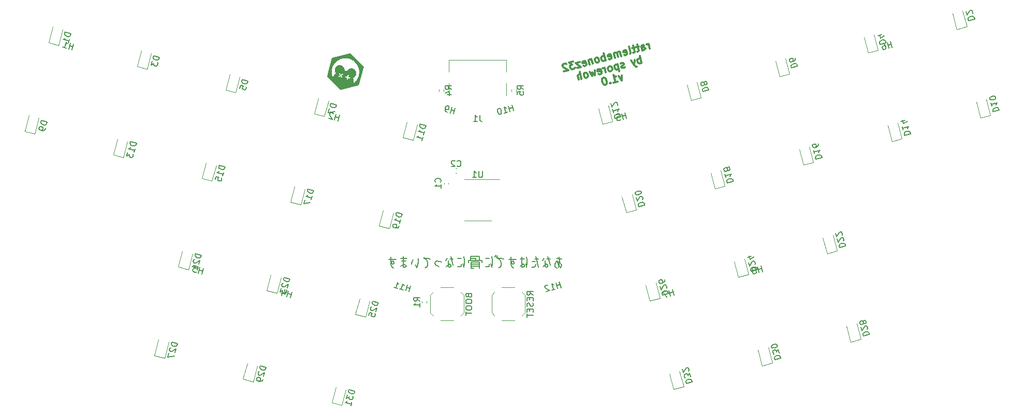
<source format=gbr>
%TF.GenerationSoftware,KiCad,Pcbnew,8.0.0*%
%TF.CreationDate,2024-03-16T16:30:29-05:00*%
%TF.ProjectId,rattlemebones32,72617474-6c65-46d6-9562-6f6e65733332,rev?*%
%TF.SameCoordinates,Original*%
%TF.FileFunction,Legend,Bot*%
%TF.FilePolarity,Positive*%
%FSLAX46Y46*%
G04 Gerber Fmt 4.6, Leading zero omitted, Abs format (unit mm)*
G04 Created by KiCad (PCBNEW 8.0.0) date 2024-03-16 16:30:29*
%MOMM*%
%LPD*%
G01*
G04 APERTURE LIST*
%ADD10C,0.200000*%
%ADD11C,0.300000*%
%ADD12C,0.000000*%
%ADD13C,0.150000*%
%ADD14C,0.120000*%
G04 APERTURE END LIST*
D10*
X166855299Y-47364010D02*
X165998157Y-47278295D01*
X166426728Y-47021153D02*
X166512442Y-47964010D01*
X166512442Y-47964010D02*
X166341014Y-48735438D01*
X166083871Y-47621153D02*
X166341014Y-48392581D01*
X166341014Y-48392581D02*
X166683871Y-48821153D01*
X166683871Y-48821153D02*
X166855299Y-48392581D01*
X166855299Y-48392581D02*
X166512442Y-47964010D01*
X166512442Y-47964010D02*
X165998157Y-47792581D01*
X165998157Y-47792581D02*
X165741014Y-48135438D01*
X165741014Y-48135438D02*
X165741014Y-48649724D01*
X165741014Y-48649724D02*
X166083871Y-48906867D01*
X164969585Y-47364010D02*
X164455300Y-47364010D01*
X164626728Y-46935438D02*
X164969585Y-48392581D01*
X164026728Y-47278295D02*
X163769585Y-47621153D01*
X164198157Y-47621153D02*
X164198157Y-48649724D01*
X164198157Y-48649724D02*
X164369585Y-48735438D01*
X164369585Y-48735438D02*
X164626728Y-48649724D01*
X164626728Y-48649724D02*
X164626728Y-48306867D01*
X164626728Y-48306867D02*
X164369585Y-48221153D01*
X164369585Y-48221153D02*
X163855300Y-48649724D01*
X163083871Y-47364010D02*
X162483871Y-47364010D01*
X162655300Y-46935438D02*
X163083871Y-48735438D01*
X162569586Y-47792581D02*
X162055300Y-47792581D01*
X162655300Y-48221153D02*
X162569586Y-48564010D01*
X162569586Y-48564010D02*
X162398157Y-48735438D01*
X162398157Y-48735438D02*
X161969586Y-48735438D01*
X160769586Y-47364010D02*
X160083872Y-47364010D01*
X160341015Y-47021153D02*
X160341015Y-48735438D01*
X160341015Y-48735438D02*
X160769586Y-48649724D01*
X160769586Y-48649724D02*
X160769586Y-48306867D01*
X160769586Y-48306867D02*
X160512443Y-48221153D01*
X160512443Y-48221153D02*
X160083872Y-48564010D01*
X161112443Y-47021153D02*
X161198157Y-47535438D01*
X161198157Y-47535438D02*
X161198157Y-48049724D01*
X161198157Y-48049724D02*
X161112443Y-48735438D01*
X161112443Y-48735438D02*
X161026729Y-48135438D01*
X159398158Y-47449724D02*
X158198158Y-47449724D01*
X158541015Y-47021153D02*
X158541015Y-48221153D01*
X158541015Y-48221153D02*
X158626729Y-48564010D01*
X158626729Y-48564010D02*
X158969586Y-48906867D01*
X158626729Y-47878295D02*
X158798158Y-47706867D01*
X158798158Y-47706867D02*
X158883872Y-47706867D01*
X158883872Y-47706867D02*
X159055301Y-47964010D01*
X159055301Y-47964010D02*
X159055301Y-48135438D01*
X159055301Y-48135438D02*
X158883872Y-48221153D01*
X158883872Y-48221153D02*
X158798158Y-48221153D01*
X158798158Y-48221153D02*
X158626729Y-48049724D01*
X157426729Y-47364010D02*
X156312444Y-47192581D01*
X156483872Y-47278295D02*
X156826729Y-47535438D01*
X156826729Y-47535438D02*
X156998158Y-47964010D01*
X156998158Y-47964010D02*
X156998158Y-48478295D01*
X156998158Y-48478295D02*
X156826729Y-48735438D01*
X156826729Y-48735438D02*
X156569587Y-48821153D01*
X156398158Y-46849724D02*
X156226729Y-47106867D01*
X156141015Y-46764010D02*
X155969587Y-47021153D01*
X155026730Y-47278295D02*
X154426730Y-47278295D01*
X155455301Y-46935438D02*
X155541015Y-47621153D01*
X155541015Y-47621153D02*
X155541015Y-48135438D01*
X155541015Y-48135438D02*
X155455301Y-48735438D01*
X155455301Y-48735438D02*
X155283873Y-48135438D01*
X155026730Y-48221153D02*
X155026730Y-48564010D01*
X155026730Y-48564010D02*
X154941015Y-48649724D01*
X154941015Y-48649724D02*
X154426730Y-48649724D01*
X152798159Y-47278295D02*
X151941016Y-47278295D01*
X153398159Y-48221153D02*
X152026730Y-48221153D01*
X153398159Y-48564010D02*
X152026730Y-48564010D01*
X152455301Y-48906867D02*
X152026730Y-48906867D01*
X153398159Y-46935438D02*
X153398159Y-47621153D01*
X153398159Y-47878295D02*
X153398159Y-48906867D01*
X153398159Y-47878295D02*
X152026730Y-47878295D01*
X152026730Y-47878295D02*
X152026730Y-48906867D01*
X153398159Y-46935438D02*
X151941016Y-46935438D01*
X151941016Y-46935438D02*
X151941016Y-47621153D01*
X152798159Y-47278295D02*
X152798159Y-47621153D01*
X153826730Y-47621153D02*
X153826730Y-47964010D01*
X153826730Y-47621153D02*
X151598159Y-47621153D01*
X151598159Y-47621153D02*
X151598159Y-47964010D01*
X150483873Y-47278295D02*
X149883873Y-47278295D01*
X150912444Y-46935438D02*
X150998158Y-47621153D01*
X150998158Y-47621153D02*
X150998158Y-48135438D01*
X150998158Y-48135438D02*
X150912444Y-48735438D01*
X150912444Y-48735438D02*
X150741016Y-48135438D01*
X150483873Y-48221153D02*
X150483873Y-48564010D01*
X150483873Y-48564010D02*
X150398158Y-48649724D01*
X150398158Y-48649724D02*
X149883873Y-48649724D01*
X149112444Y-47364010D02*
X148598159Y-47364010D01*
X148769587Y-46935438D02*
X149112444Y-48392581D01*
X148169587Y-47278295D02*
X147912444Y-47621153D01*
X148341016Y-47621153D02*
X148341016Y-48649724D01*
X148341016Y-48649724D02*
X148512444Y-48735438D01*
X148512444Y-48735438D02*
X148769587Y-48649724D01*
X148769587Y-48649724D02*
X148769587Y-48306867D01*
X148769587Y-48306867D02*
X148512444Y-48221153D01*
X148512444Y-48221153D02*
X147998159Y-48649724D01*
X147226730Y-47878295D02*
X146455302Y-47706867D01*
X146455302Y-47706867D02*
X146198159Y-47792581D01*
X146198159Y-47792581D02*
X146112445Y-48135438D01*
X146112445Y-48135438D02*
X146283873Y-48392581D01*
X146283873Y-48392581D02*
X146798159Y-48649724D01*
X145341016Y-47364010D02*
X144226731Y-47192581D01*
X144398159Y-47278295D02*
X144741016Y-47535438D01*
X144741016Y-47535438D02*
X144912445Y-47964010D01*
X144912445Y-47964010D02*
X144912445Y-48478295D01*
X144912445Y-48478295D02*
X144741016Y-48735438D01*
X144741016Y-48735438D02*
X144483874Y-48821153D01*
X142598160Y-47449724D02*
X142426731Y-47792581D01*
X142426731Y-47792581D02*
X142341017Y-48221153D01*
X143455302Y-47278295D02*
X143455302Y-47878295D01*
X143455302Y-47878295D02*
X143369588Y-48306867D01*
X143369588Y-48306867D02*
X143198160Y-48821153D01*
X143198160Y-48821153D02*
X142941017Y-48306867D01*
X141569588Y-47278295D02*
X140541017Y-47278295D01*
X141398160Y-47706867D02*
X140712446Y-47706867D01*
X140969588Y-46935438D02*
X140969588Y-48735438D01*
X140969588Y-48735438D02*
X141226731Y-48735438D01*
X141226731Y-48735438D02*
X141483874Y-48564010D01*
X141483874Y-48564010D02*
X141398160Y-48392581D01*
X141398160Y-48392581D02*
X141055303Y-48306867D01*
X141055303Y-48306867D02*
X140541017Y-48564010D01*
X139769589Y-47449724D02*
X138569589Y-47449724D01*
X138912446Y-47021153D02*
X138912446Y-48221153D01*
X138912446Y-48221153D02*
X138998160Y-48564010D01*
X138998160Y-48564010D02*
X139341017Y-48906867D01*
X138998160Y-47878295D02*
X139169589Y-47706867D01*
X139169589Y-47706867D02*
X139255303Y-47706867D01*
X139255303Y-47706867D02*
X139426732Y-47964010D01*
X139426732Y-47964010D02*
X139426732Y-48135438D01*
X139426732Y-48135438D02*
X139255303Y-48221153D01*
X139255303Y-48221153D02*
X139169589Y-48221153D01*
X139169589Y-48221153D02*
X138998160Y-48049724D01*
D11*
X181269909Y-12877531D02*
X181062853Y-12104791D01*
X181122012Y-12325574D02*
X181037237Y-12229972D01*
X181037237Y-12229972D02*
X180967252Y-12189566D01*
X180967252Y-12189566D02*
X180842070Y-12163949D01*
X180842070Y-12163949D02*
X180731679Y-12193529D01*
X180055602Y-13202904D02*
X179892916Y-12595751D01*
X179892916Y-12595751D02*
X179918532Y-12470569D01*
X179918532Y-12470569D02*
X180014134Y-12385794D01*
X180014134Y-12385794D02*
X180234917Y-12326636D01*
X180234917Y-12326636D02*
X180360098Y-12352252D01*
X180040812Y-13147708D02*
X180165994Y-13173325D01*
X180165994Y-13173325D02*
X180441972Y-13099376D01*
X180441972Y-13099376D02*
X180537574Y-13014601D01*
X180537574Y-13014601D02*
X180563191Y-12889420D01*
X180563191Y-12889420D02*
X180533611Y-12779029D01*
X180533611Y-12779029D02*
X180448836Y-12683427D01*
X180448836Y-12683427D02*
X180323655Y-12657810D01*
X180323655Y-12657810D02*
X180047676Y-12731759D01*
X180047676Y-12731759D02*
X179922495Y-12706142D01*
X179462177Y-12533691D02*
X179020611Y-12652008D01*
X179193062Y-12191689D02*
X179459276Y-13185213D01*
X179459276Y-13185213D02*
X179433659Y-13310394D01*
X179433659Y-13310394D02*
X179338057Y-13395169D01*
X179338057Y-13395169D02*
X179227666Y-13424749D01*
X178799828Y-12711167D02*
X178358262Y-12829484D01*
X178530713Y-12369165D02*
X178796927Y-13362689D01*
X178796927Y-13362689D02*
X178771310Y-13487870D01*
X178771310Y-13487870D02*
X178675709Y-13572645D01*
X178675709Y-13572645D02*
X178565317Y-13602225D01*
X178013360Y-13750121D02*
X178108962Y-13665346D01*
X178108962Y-13665346D02*
X178134578Y-13540165D01*
X178134578Y-13540165D02*
X177868364Y-12546641D01*
X177115438Y-13931560D02*
X177240619Y-13957176D01*
X177240619Y-13957176D02*
X177461403Y-13898018D01*
X177461403Y-13898018D02*
X177557004Y-13813243D01*
X177557004Y-13813243D02*
X177582621Y-13688061D01*
X177582621Y-13688061D02*
X177464304Y-13246495D01*
X177464304Y-13246495D02*
X177379528Y-13150893D01*
X177379528Y-13150893D02*
X177254347Y-13125277D01*
X177254347Y-13125277D02*
X177033564Y-13184436D01*
X177033564Y-13184436D02*
X176937962Y-13269211D01*
X176937962Y-13269211D02*
X176912346Y-13394392D01*
X176912346Y-13394392D02*
X176941925Y-13504783D01*
X176941925Y-13504783D02*
X177523462Y-13467278D01*
X176578271Y-14134652D02*
X176371216Y-13361911D01*
X176400795Y-13472303D02*
X176330809Y-13431897D01*
X176330809Y-13431897D02*
X176205628Y-13406280D01*
X176205628Y-13406280D02*
X176040041Y-13450649D01*
X176040041Y-13450649D02*
X175944439Y-13535424D01*
X175944439Y-13535424D02*
X175918823Y-13660606D01*
X175918823Y-13660606D02*
X176081509Y-14267759D01*
X175918823Y-13660606D02*
X175834048Y-13565004D01*
X175834048Y-13565004D02*
X175708866Y-13539387D01*
X175708866Y-13539387D02*
X175543279Y-13583756D01*
X175543279Y-13583756D02*
X175447677Y-13668531D01*
X175447677Y-13668531D02*
X175422061Y-13793713D01*
X175422061Y-13793713D02*
X175584747Y-14400866D01*
X174576434Y-14611884D02*
X174701615Y-14637500D01*
X174701615Y-14637500D02*
X174922398Y-14578342D01*
X174922398Y-14578342D02*
X175018000Y-14493567D01*
X175018000Y-14493567D02*
X175043616Y-14368386D01*
X175043616Y-14368386D02*
X174925299Y-13926819D01*
X174925299Y-13926819D02*
X174840524Y-13831218D01*
X174840524Y-13831218D02*
X174715343Y-13805601D01*
X174715343Y-13805601D02*
X174494560Y-13864760D01*
X174494560Y-13864760D02*
X174398958Y-13949535D01*
X174398958Y-13949535D02*
X174373341Y-14074716D01*
X174373341Y-14074716D02*
X174402921Y-14185108D01*
X174402921Y-14185108D02*
X174984458Y-14147603D01*
X174039266Y-14814976D02*
X173728683Y-13655865D01*
X173847001Y-14097431D02*
X173721819Y-14071815D01*
X173721819Y-14071815D02*
X173501036Y-14130974D01*
X173501036Y-14130974D02*
X173405434Y-14215749D01*
X173405434Y-14215749D02*
X173365028Y-14285734D01*
X173365028Y-14285734D02*
X173339412Y-14410915D01*
X173339412Y-14410915D02*
X173428150Y-14742090D01*
X173428150Y-14742090D02*
X173512925Y-14837692D01*
X173512925Y-14837692D02*
X173582910Y-14878098D01*
X173582910Y-14878098D02*
X173708092Y-14903714D01*
X173708092Y-14903714D02*
X173928875Y-14844556D01*
X173928875Y-14844556D02*
X174024476Y-14759781D01*
X172824960Y-15140349D02*
X172920562Y-15055574D01*
X172920562Y-15055574D02*
X172960968Y-14985588D01*
X172960968Y-14985588D02*
X172986584Y-14860407D01*
X172986584Y-14860407D02*
X172897846Y-14529232D01*
X172897846Y-14529232D02*
X172813071Y-14433631D01*
X172813071Y-14433631D02*
X172743086Y-14393224D01*
X172743086Y-14393224D02*
X172617904Y-14367608D01*
X172617904Y-14367608D02*
X172452317Y-14411977D01*
X172452317Y-14411977D02*
X172356715Y-14496752D01*
X172356715Y-14496752D02*
X172316309Y-14566738D01*
X172316309Y-14566738D02*
X172290693Y-14691919D01*
X172290693Y-14691919D02*
X172379431Y-15023093D01*
X172379431Y-15023093D02*
X172464206Y-15118695D01*
X172464206Y-15118695D02*
X172534191Y-15159101D01*
X172534191Y-15159101D02*
X172659372Y-15184718D01*
X172659372Y-15184718D02*
X172824960Y-15140349D01*
X171734773Y-14604243D02*
X171941828Y-15376983D01*
X171764352Y-14714634D02*
X171694366Y-14674228D01*
X171694366Y-14674228D02*
X171569185Y-14648612D01*
X171569185Y-14648612D02*
X171403598Y-14692980D01*
X171403598Y-14692980D02*
X171307996Y-14777756D01*
X171307996Y-14777756D02*
X171282380Y-14902937D01*
X171282380Y-14902937D02*
X171445066Y-15510090D01*
X170436753Y-15721108D02*
X170561934Y-15746725D01*
X170561934Y-15746725D02*
X170782717Y-15687566D01*
X170782717Y-15687566D02*
X170878319Y-15602791D01*
X170878319Y-15602791D02*
X170903935Y-15477610D01*
X170903935Y-15477610D02*
X170785618Y-15036044D01*
X170785618Y-15036044D02*
X170700843Y-14940442D01*
X170700843Y-14940442D02*
X170575662Y-14914825D01*
X170575662Y-14914825D02*
X170354879Y-14973984D01*
X170354879Y-14973984D02*
X170259277Y-15058759D01*
X170259277Y-15058759D02*
X170233660Y-15183940D01*
X170233660Y-15183940D02*
X170263240Y-15294332D01*
X170263240Y-15294332D02*
X170844777Y-15256827D01*
X169802922Y-15121880D02*
X169195768Y-15284567D01*
X169195768Y-15284567D02*
X170009977Y-15894621D01*
X170009977Y-15894621D02*
X169402823Y-16057307D01*
X168761066Y-14986934D02*
X168043521Y-15179200D01*
X168043521Y-15179200D02*
X168548208Y-15517238D01*
X168548208Y-15517238D02*
X168382621Y-15561607D01*
X168382621Y-15561607D02*
X168287019Y-15646383D01*
X168287019Y-15646383D02*
X168246613Y-15716368D01*
X168246613Y-15716368D02*
X168220997Y-15841549D01*
X168220997Y-15841549D02*
X168294945Y-16117528D01*
X168294945Y-16117528D02*
X168379720Y-16213130D01*
X168379720Y-16213130D02*
X168449705Y-16253536D01*
X168449705Y-16253536D02*
X168574887Y-16279152D01*
X168574887Y-16279152D02*
X168906061Y-16190414D01*
X168906061Y-16190414D02*
X169001663Y-16105639D01*
X169001663Y-16105639D02*
X169042069Y-16035654D01*
X167631534Y-15407909D02*
X167561549Y-15367503D01*
X167561549Y-15367503D02*
X167436367Y-15341886D01*
X167436367Y-15341886D02*
X167160389Y-15415835D01*
X167160389Y-15415835D02*
X167064787Y-15500610D01*
X167064787Y-15500610D02*
X167024381Y-15570595D01*
X167024381Y-15570595D02*
X166998764Y-15695776D01*
X166998764Y-15695776D02*
X167028344Y-15806168D01*
X167028344Y-15806168D02*
X167127908Y-15956965D01*
X167127908Y-15956965D02*
X167967733Y-16441839D01*
X167967733Y-16441839D02*
X167250188Y-16634104D01*
X179948471Y-15231694D02*
X179637888Y-14072583D01*
X179756205Y-14514149D02*
X179631024Y-14488533D01*
X179631024Y-14488533D02*
X179410241Y-14547691D01*
X179410241Y-14547691D02*
X179314639Y-14632466D01*
X179314639Y-14632466D02*
X179274233Y-14702452D01*
X179274233Y-14702452D02*
X179248617Y-14827633D01*
X179248617Y-14827633D02*
X179337355Y-15158807D01*
X179337355Y-15158807D02*
X179422130Y-15254409D01*
X179422130Y-15254409D02*
X179492115Y-15294815D01*
X179492115Y-15294815D02*
X179617296Y-15320432D01*
X179617296Y-15320432D02*
X179838079Y-15261273D01*
X179838079Y-15261273D02*
X179933681Y-15176498D01*
X178803088Y-14710377D02*
X178734164Y-15557066D01*
X178251130Y-14858274D02*
X178734164Y-15557066D01*
X178734164Y-15557066D02*
X178918504Y-15803466D01*
X178918504Y-15803466D02*
X178988490Y-15843872D01*
X178988490Y-15843872D02*
X179113671Y-15869488D01*
X177173893Y-15915981D02*
X177078291Y-16000756D01*
X177078291Y-16000756D02*
X176857508Y-16059915D01*
X176857508Y-16059915D02*
X176732327Y-16034298D01*
X176732327Y-16034298D02*
X176647552Y-15938697D01*
X176647552Y-15938697D02*
X176632762Y-15883501D01*
X176632762Y-15883501D02*
X176658378Y-15758320D01*
X176658378Y-15758320D02*
X176753980Y-15673545D01*
X176753980Y-15673545D02*
X176919568Y-15629176D01*
X176919568Y-15629176D02*
X177015169Y-15544401D01*
X177015169Y-15544401D02*
X177040786Y-15419219D01*
X177040786Y-15419219D02*
X177025996Y-15364024D01*
X177025996Y-15364024D02*
X176941221Y-15268422D01*
X176941221Y-15268422D02*
X176816040Y-15242805D01*
X176816040Y-15242805D02*
X176650453Y-15287174D01*
X176650453Y-15287174D02*
X176554851Y-15371949D01*
X175988103Y-15464650D02*
X176298686Y-16623761D01*
X176002893Y-15519846D02*
X175877712Y-15494230D01*
X175877712Y-15494230D02*
X175656929Y-15553388D01*
X175656929Y-15553388D02*
X175561327Y-15638163D01*
X175561327Y-15638163D02*
X175520921Y-15708149D01*
X175520921Y-15708149D02*
X175495304Y-15833330D01*
X175495304Y-15833330D02*
X175584042Y-16164504D01*
X175584042Y-16164504D02*
X175668817Y-16260106D01*
X175668817Y-16260106D02*
X175738803Y-16300512D01*
X175738803Y-16300512D02*
X175863984Y-16326129D01*
X175863984Y-16326129D02*
X176084767Y-16266970D01*
X176084767Y-16266970D02*
X176180369Y-16182195D01*
X174980852Y-16562763D02*
X175076454Y-16477988D01*
X175076454Y-16477988D02*
X175116860Y-16408003D01*
X175116860Y-16408003D02*
X175142476Y-16282822D01*
X175142476Y-16282822D02*
X175053738Y-15951647D01*
X175053738Y-15951647D02*
X174968963Y-15856045D01*
X174968963Y-15856045D02*
X174898978Y-15815639D01*
X174898978Y-15815639D02*
X174773797Y-15790023D01*
X174773797Y-15790023D02*
X174608209Y-15834392D01*
X174608209Y-15834392D02*
X174512607Y-15919167D01*
X174512607Y-15919167D02*
X174472201Y-15989152D01*
X174472201Y-15989152D02*
X174446585Y-16114333D01*
X174446585Y-16114333D02*
X174535323Y-16445508D01*
X174535323Y-16445508D02*
X174620098Y-16541110D01*
X174620098Y-16541110D02*
X174690083Y-16581516D01*
X174690083Y-16581516D02*
X174815265Y-16607132D01*
X174815265Y-16607132D02*
X174980852Y-16562763D01*
X174097720Y-16799398D02*
X173890665Y-16026657D01*
X173949823Y-16247440D02*
X173865048Y-16151838D01*
X173865048Y-16151838D02*
X173795063Y-16111432D01*
X173795063Y-16111432D02*
X173669882Y-16085816D01*
X173669882Y-16085816D02*
X173559490Y-16115395D01*
X172923819Y-17054785D02*
X173049001Y-17080401D01*
X173049001Y-17080401D02*
X173269784Y-17021243D01*
X173269784Y-17021243D02*
X173365386Y-16936468D01*
X173365386Y-16936468D02*
X173391002Y-16811286D01*
X173391002Y-16811286D02*
X173272685Y-16369720D01*
X173272685Y-16369720D02*
X173187910Y-16274118D01*
X173187910Y-16274118D02*
X173062728Y-16248502D01*
X173062728Y-16248502D02*
X172841945Y-16307661D01*
X172841945Y-16307661D02*
X172746343Y-16392436D01*
X172746343Y-16392436D02*
X172720727Y-16517617D01*
X172720727Y-16517617D02*
X172750306Y-16628008D01*
X172750306Y-16628008D02*
X173331843Y-16590503D01*
X172289988Y-16455557D02*
X172276260Y-17287456D01*
X172276260Y-17287456D02*
X171907581Y-16794657D01*
X171907581Y-16794657D02*
X171834694Y-17405774D01*
X171834694Y-17405774D02*
X171406856Y-16692192D01*
X171006758Y-17627619D02*
X171102360Y-17542844D01*
X171102360Y-17542844D02*
X171142766Y-17472858D01*
X171142766Y-17472858D02*
X171168382Y-17347677D01*
X171168382Y-17347677D02*
X171079644Y-17016502D01*
X171079644Y-17016502D02*
X170994869Y-16920901D01*
X170994869Y-16920901D02*
X170924884Y-16880494D01*
X170924884Y-16880494D02*
X170799702Y-16854878D01*
X170799702Y-16854878D02*
X170634115Y-16899247D01*
X170634115Y-16899247D02*
X170538513Y-16984022D01*
X170538513Y-16984022D02*
X170498107Y-17054007D01*
X170498107Y-17054007D02*
X170472491Y-17179189D01*
X170472491Y-17179189D02*
X170561229Y-17510363D01*
X170561229Y-17510363D02*
X170646004Y-17605965D01*
X170646004Y-17605965D02*
X170715989Y-17646371D01*
X170715989Y-17646371D02*
X170841170Y-17671988D01*
X170841170Y-17671988D02*
X171006758Y-17627619D01*
X170123626Y-17864253D02*
X169813043Y-16705142D01*
X169626864Y-17997360D02*
X169464178Y-17390207D01*
X169464178Y-17390207D02*
X169489794Y-17265026D01*
X169489794Y-17265026D02*
X169585396Y-17180250D01*
X169585396Y-17180250D02*
X169750983Y-17135881D01*
X169750983Y-17135881D02*
X169876164Y-17161498D01*
X169876164Y-17161498D02*
X169946150Y-17201904D01*
X176736506Y-17264201D02*
X176667582Y-18110890D01*
X176667582Y-18110890D02*
X176184548Y-17412097D01*
X175342884Y-18465841D02*
X176005233Y-18288366D01*
X175674058Y-18377103D02*
X175363475Y-17217992D01*
X175363475Y-17217992D02*
X175518236Y-17354000D01*
X175518236Y-17354000D02*
X175658207Y-17434813D01*
X175658207Y-17434813D02*
X175783388Y-17460429D01*
X174816543Y-18488557D02*
X174776137Y-18558542D01*
X174776137Y-18558542D02*
X174846122Y-18598948D01*
X174846122Y-18598948D02*
X174886528Y-18528963D01*
X174886528Y-18528963D02*
X174816543Y-18488557D01*
X174816543Y-18488557D02*
X174846122Y-18598948D01*
X173762798Y-17646893D02*
X173652407Y-17676472D01*
X173652407Y-17676472D02*
X173556805Y-17761247D01*
X173556805Y-17761247D02*
X173516399Y-17831233D01*
X173516399Y-17831233D02*
X173490782Y-17956414D01*
X173490782Y-17956414D02*
X173494745Y-18191986D01*
X173494745Y-18191986D02*
X173568693Y-18467965D01*
X173568693Y-18467965D02*
X173683048Y-18673959D01*
X173683048Y-18673959D02*
X173767823Y-18769560D01*
X173767823Y-18769560D02*
X173837808Y-18809967D01*
X173837808Y-18809967D02*
X173962989Y-18835583D01*
X173962989Y-18835583D02*
X174073381Y-18806004D01*
X174073381Y-18806004D02*
X174168983Y-18721229D01*
X174168983Y-18721229D02*
X174209389Y-18651243D01*
X174209389Y-18651243D02*
X174235005Y-18526062D01*
X174235005Y-18526062D02*
X174231042Y-18290489D01*
X174231042Y-18290489D02*
X174157094Y-18014510D01*
X174157094Y-18014510D02*
X174042740Y-17808517D01*
X174042740Y-17808517D02*
X173957965Y-17712915D01*
X173957965Y-17712915D02*
X173887979Y-17672509D01*
X173887979Y-17672509D02*
X173762798Y-17646893D01*
D12*
G36*
X134525353Y-15852042D02*
G01*
X134109219Y-17405070D01*
X133718148Y-18864564D01*
X130705627Y-19671767D01*
X128500306Y-17466446D01*
X128709069Y-16687333D01*
X129252695Y-16687333D01*
X129253815Y-16780117D01*
X129258769Y-16872334D01*
X129267483Y-16963878D01*
X129279916Y-17054652D01*
X129295995Y-17144555D01*
X129315669Y-17233480D01*
X129338879Y-17321331D01*
X129365566Y-17408005D01*
X129395667Y-17493393D01*
X129429131Y-17577405D01*
X129450674Y-17527220D01*
X129473624Y-17477962D01*
X129480942Y-17463430D01*
X130338712Y-17463430D01*
X130338770Y-17467419D01*
X130339018Y-17471413D01*
X130339455Y-17475401D01*
X130340085Y-17479387D01*
X130340914Y-17483351D01*
X130341937Y-17487292D01*
X130343153Y-17491211D01*
X130344574Y-17495087D01*
X130346196Y-17498921D01*
X130348025Y-17502708D01*
X130350056Y-17506434D01*
X130352269Y-17510059D01*
X130354634Y-17513534D01*
X130357144Y-17516854D01*
X130359793Y-17520024D01*
X130362571Y-17523036D01*
X130365475Y-17525895D01*
X130368497Y-17528592D01*
X130371627Y-17531129D01*
X130374864Y-17533505D01*
X130378202Y-17535717D01*
X130381625Y-17537761D01*
X130385137Y-17539636D01*
X130388723Y-17541342D01*
X130392379Y-17542880D01*
X130396103Y-17544240D01*
X130399883Y-17545427D01*
X130403711Y-17546437D01*
X130407584Y-17547270D01*
X130411495Y-17547922D01*
X130415433Y-17548388D01*
X130419398Y-17548673D01*
X130423378Y-17548770D01*
X130427367Y-17548681D01*
X130431363Y-17548402D01*
X130435353Y-17547929D01*
X130439334Y-17547266D01*
X130443292Y-17546412D01*
X130447233Y-17545357D01*
X130451141Y-17544103D01*
X130455010Y-17542645D01*
X130458836Y-17540988D01*
X130462614Y-17539131D01*
X130462635Y-17539160D01*
X130462641Y-17539177D01*
X130462651Y-17539194D01*
X130465715Y-17537426D01*
X130695375Y-17404832D01*
X130829736Y-17637553D01*
X130829755Y-17637544D01*
X130829768Y-17637532D01*
X130829787Y-17637524D01*
X130829800Y-17637516D01*
X130832143Y-17641016D01*
X130834629Y-17644364D01*
X130837253Y-17647559D01*
X130840011Y-17650597D01*
X130842894Y-17653485D01*
X130845897Y-17656208D01*
X130849011Y-17658771D01*
X130852229Y-17661173D01*
X130855550Y-17663411D01*
X130858960Y-17665484D01*
X130862454Y-17667389D01*
X130866031Y-17669124D01*
X130869676Y-17670691D01*
X130873390Y-17672083D01*
X130877158Y-17673296D01*
X130880980Y-17674340D01*
X130884846Y-17675201D01*
X130888751Y-17675879D01*
X130892686Y-17676379D01*
X130896647Y-17676694D01*
X130900624Y-17676826D01*
X130904615Y-17676766D01*
X130908608Y-17676522D01*
X130912598Y-17676082D01*
X130916579Y-17675453D01*
X130920544Y-17674629D01*
X130924488Y-17673602D01*
X130928401Y-17672385D01*
X130932278Y-17670963D01*
X130936113Y-17669341D01*
X130939898Y-17667512D01*
X130943629Y-17665483D01*
X130947252Y-17663268D01*
X130950724Y-17660904D01*
X130954047Y-17658393D01*
X130957218Y-17655744D01*
X130960232Y-17652967D01*
X130963088Y-17650063D01*
X130965786Y-17647040D01*
X130968323Y-17643909D01*
X130970700Y-17640672D01*
X130972909Y-17637335D01*
X130974953Y-17633912D01*
X130976829Y-17630400D01*
X130978537Y-17626812D01*
X130980074Y-17623156D01*
X130981435Y-17619431D01*
X130982623Y-17615653D01*
X130983632Y-17611824D01*
X130984464Y-17607951D01*
X130985113Y-17604043D01*
X130985580Y-17600102D01*
X130985867Y-17596138D01*
X130985965Y-17592159D01*
X130985874Y-17588169D01*
X130985596Y-17584174D01*
X130985125Y-17580185D01*
X130984462Y-17576206D01*
X130983605Y-17572241D01*
X130982548Y-17568303D01*
X130981293Y-17564397D01*
X130979839Y-17560524D01*
X130978184Y-17556700D01*
X130976322Y-17552921D01*
X130976338Y-17552915D01*
X130976356Y-17552905D01*
X130976386Y-17552884D01*
X130949396Y-17506136D01*
X131456365Y-17506136D01*
X131456398Y-17510210D01*
X131456627Y-17514253D01*
X131457047Y-17518263D01*
X131457656Y-17522232D01*
X131458450Y-17526151D01*
X131459430Y-17530021D01*
X131460582Y-17533828D01*
X131461912Y-17537572D01*
X131463413Y-17541245D01*
X131465084Y-17544839D01*
X131466916Y-17548352D01*
X131468909Y-17551775D01*
X131471057Y-17555100D01*
X131473365Y-17558325D01*
X131475819Y-17561441D01*
X131478420Y-17564446D01*
X131481165Y-17567330D01*
X131484051Y-17570090D01*
X131487071Y-17572714D01*
X131490225Y-17575202D01*
X131493506Y-17577548D01*
X131496915Y-17579742D01*
X131500449Y-17581779D01*
X131504101Y-17583656D01*
X131507865Y-17585366D01*
X131511741Y-17586901D01*
X131515728Y-17588257D01*
X131515707Y-17588331D01*
X131775275Y-17657885D01*
X131732735Y-17816646D01*
X131705723Y-17917452D01*
X131705801Y-17917473D01*
X131704982Y-17921601D01*
X131704369Y-17925726D01*
X131703965Y-17929843D01*
X131703767Y-17933942D01*
X131703768Y-17938019D01*
X131703965Y-17942068D01*
X131704354Y-17946082D01*
X131704931Y-17950061D01*
X131705693Y-17953988D01*
X131706640Y-17957866D01*
X131707770Y-17961688D01*
X131709068Y-17965440D01*
X131710540Y-17969124D01*
X131712182Y-17972732D01*
X131713986Y-17976260D01*
X131715953Y-17979699D01*
X131718077Y-17983039D01*
X131720354Y-17986282D01*
X131722787Y-17989419D01*
X131725364Y-17992443D01*
X131728084Y-17995345D01*
X131730945Y-17998127D01*
X131733942Y-18000773D01*
X131737075Y-18003284D01*
X131740339Y-18005657D01*
X131743724Y-18007876D01*
X131747236Y-18009940D01*
X131750868Y-18011846D01*
X131754612Y-18013583D01*
X131758474Y-18015146D01*
X131762440Y-18016532D01*
X131766513Y-18017735D01*
X131770645Y-18018729D01*
X131774772Y-18019515D01*
X131778896Y-18020088D01*
X131783007Y-18020458D01*
X131787103Y-18020625D01*
X131791178Y-18020595D01*
X131795222Y-18020363D01*
X131799233Y-18019939D01*
X131803198Y-18019333D01*
X131807122Y-18018536D01*
X131810988Y-18017561D01*
X131814796Y-18016404D01*
X131818540Y-18015077D01*
X131822212Y-18013574D01*
X131825809Y-18011907D01*
X131829321Y-18010073D01*
X131832742Y-18008079D01*
X131836067Y-18005930D01*
X131839290Y-18003624D01*
X131842412Y-18001169D01*
X131845415Y-17998567D01*
X131848298Y-17995825D01*
X131851057Y-17992938D01*
X131853683Y-17989919D01*
X131856169Y-17986762D01*
X131858515Y-17983479D01*
X131860713Y-17980071D01*
X131862750Y-17976541D01*
X131864627Y-17972889D01*
X131866336Y-17969125D01*
X131867870Y-17965245D01*
X131869223Y-17961262D01*
X131869300Y-17961279D01*
X131938853Y-17701714D01*
X132198422Y-17771263D01*
X132198441Y-17771187D01*
X132202569Y-17772007D01*
X132206693Y-17772621D01*
X132210808Y-17773022D01*
X132214908Y-17773220D01*
X132218988Y-17773222D01*
X132223036Y-17773024D01*
X132227053Y-17772636D01*
X132231028Y-17772058D01*
X132234957Y-17771293D01*
X132238835Y-17770347D01*
X132242653Y-17769221D01*
X132246409Y-17767922D01*
X132250095Y-17766449D01*
X132253703Y-17764808D01*
X132257226Y-17763004D01*
X132260665Y-17761037D01*
X132264009Y-17758915D01*
X132267253Y-17756630D01*
X132270386Y-17754203D01*
X132273407Y-17751626D01*
X132276311Y-17748905D01*
X132279095Y-17746043D01*
X132281743Y-17743045D01*
X132284255Y-17739913D01*
X132286625Y-17736651D01*
X132288845Y-17733264D01*
X132290911Y-17729753D01*
X132292813Y-17726121D01*
X132294553Y-17722374D01*
X132296117Y-17718518D01*
X132297503Y-17714549D01*
X132298700Y-17710474D01*
X132299699Y-17706347D01*
X132300483Y-17702218D01*
X132301058Y-17698095D01*
X132301426Y-17693980D01*
X132301593Y-17689884D01*
X132301561Y-17685811D01*
X132301332Y-17681766D01*
X132300909Y-17677757D01*
X132300300Y-17673790D01*
X132299505Y-17669868D01*
X132298529Y-17665999D01*
X132297375Y-17662192D01*
X132296046Y-17658446D01*
X132294542Y-17654776D01*
X132292873Y-17651180D01*
X132291043Y-17647670D01*
X132289048Y-17644244D01*
X132286898Y-17640922D01*
X132284592Y-17637697D01*
X132282137Y-17634578D01*
X132279536Y-17631577D01*
X132276793Y-17628690D01*
X132273905Y-17625933D01*
X132270887Y-17623304D01*
X132267733Y-17620814D01*
X132264449Y-17618471D01*
X132261040Y-17616276D01*
X132257509Y-17614238D01*
X132253859Y-17612363D01*
X132250094Y-17610652D01*
X132246217Y-17609119D01*
X132242229Y-17607764D01*
X132242251Y-17607690D01*
X131982681Y-17538138D01*
X132052233Y-17278571D01*
X132052157Y-17278547D01*
X132052975Y-17274422D01*
X132053585Y-17270294D01*
X132053989Y-17266179D01*
X132054188Y-17262079D01*
X132054190Y-17258002D01*
X132053993Y-17253951D01*
X132053602Y-17249936D01*
X132053025Y-17245960D01*
X132052260Y-17242032D01*
X132051314Y-17238152D01*
X132050187Y-17234333D01*
X132048889Y-17230579D01*
X132047419Y-17226896D01*
X132045779Y-17223285D01*
X132043972Y-17219762D01*
X132042003Y-17216322D01*
X132039878Y-17212979D01*
X132037601Y-17209739D01*
X132035172Y-17206604D01*
X132032593Y-17203580D01*
X132029871Y-17200674D01*
X132027011Y-17197894D01*
X132024010Y-17195245D01*
X132020881Y-17192732D01*
X132017620Y-17190364D01*
X132014229Y-17188145D01*
X132010722Y-17186076D01*
X132007088Y-17184173D01*
X132003342Y-17182437D01*
X131999484Y-17180871D01*
X131995513Y-17179488D01*
X131991443Y-17178286D01*
X131987314Y-17177291D01*
X131983187Y-17176506D01*
X131979063Y-17175930D01*
X131974949Y-17175559D01*
X131970852Y-17175393D01*
X131966782Y-17175429D01*
X131962737Y-17175657D01*
X131958725Y-17176077D01*
X131954759Y-17176688D01*
X131950836Y-17177485D01*
X131946970Y-17178459D01*
X131943159Y-17179615D01*
X131939417Y-17180943D01*
X131935742Y-17182446D01*
X131932148Y-17184113D01*
X131928635Y-17185948D01*
X131925215Y-17187940D01*
X131921887Y-17190088D01*
X131918663Y-17192395D01*
X131915545Y-17194850D01*
X131912542Y-17197451D01*
X131909658Y-17200195D01*
X131906900Y-17203080D01*
X131904273Y-17206104D01*
X131901784Y-17209256D01*
X131899440Y-17212539D01*
X131897243Y-17215948D01*
X131895207Y-17219480D01*
X131893330Y-17223131D01*
X131891620Y-17226897D01*
X131890087Y-17230774D01*
X131888733Y-17234759D01*
X131888655Y-17234739D01*
X131819107Y-17494308D01*
X131562849Y-17425645D01*
X131559537Y-17424756D01*
X131559519Y-17424832D01*
X131555388Y-17424012D01*
X131551262Y-17423400D01*
X131547147Y-17422997D01*
X131543046Y-17422799D01*
X131538971Y-17422800D01*
X131534920Y-17422996D01*
X131530903Y-17423387D01*
X131526930Y-17423963D01*
X131522999Y-17424727D01*
X131519121Y-17425675D01*
X131515305Y-17426799D01*
X131511548Y-17428100D01*
X131507863Y-17429573D01*
X131504255Y-17431212D01*
X131500728Y-17433017D01*
X131497290Y-17434984D01*
X131493949Y-17437109D01*
X131490707Y-17439387D01*
X131487571Y-17441816D01*
X131484547Y-17444395D01*
X131481642Y-17447114D01*
X131478867Y-17449973D01*
X131476214Y-17452975D01*
X131473701Y-17456107D01*
X131471333Y-17459369D01*
X131469114Y-17462758D01*
X131467044Y-17466268D01*
X131465141Y-17469900D01*
X131463405Y-17473646D01*
X131461841Y-17477504D01*
X131460457Y-17481472D01*
X131459256Y-17485545D01*
X131458257Y-17489673D01*
X131457473Y-17493802D01*
X131456898Y-17497925D01*
X131456531Y-17502040D01*
X131456365Y-17506136D01*
X130949396Y-17506136D01*
X130842024Y-17320164D01*
X131071687Y-17187568D01*
X131074746Y-17185799D01*
X131074729Y-17185768D01*
X131074709Y-17185735D01*
X131078207Y-17183395D01*
X131081559Y-17180909D01*
X131084753Y-17178286D01*
X131087795Y-17175524D01*
X131090675Y-17172644D01*
X131093400Y-17169641D01*
X131095966Y-17166524D01*
X131098366Y-17163305D01*
X131100605Y-17159987D01*
X131102678Y-17156575D01*
X131104583Y-17153079D01*
X131106319Y-17149506D01*
X131107881Y-17145860D01*
X131109274Y-17142150D01*
X131110491Y-17138378D01*
X131111529Y-17134555D01*
X131112391Y-17130689D01*
X131113074Y-17126786D01*
X131113573Y-17122853D01*
X131113887Y-17118890D01*
X131114017Y-17114911D01*
X131113959Y-17110923D01*
X131113713Y-17106930D01*
X131113274Y-17102940D01*
X131112642Y-17098957D01*
X131111817Y-17094990D01*
X131110794Y-17091048D01*
X131109575Y-17087134D01*
X131108155Y-17083256D01*
X131106531Y-17079423D01*
X131104702Y-17075637D01*
X131102674Y-17071908D01*
X131100461Y-17068285D01*
X131098094Y-17064812D01*
X131095583Y-17061489D01*
X131092937Y-17058318D01*
X131090159Y-17055304D01*
X131087255Y-17052448D01*
X131084234Y-17049751D01*
X131081098Y-17047210D01*
X131077863Y-17044834D01*
X131074529Y-17042627D01*
X131071103Y-17040582D01*
X131067591Y-17038705D01*
X131064007Y-17036998D01*
X131060349Y-17035463D01*
X131056624Y-17034097D01*
X131052845Y-17032913D01*
X131049016Y-17031903D01*
X131045145Y-17031072D01*
X131041234Y-17030420D01*
X131037296Y-17029951D01*
X131033331Y-17029668D01*
X131029350Y-17029569D01*
X131025361Y-17029659D01*
X131021369Y-17029939D01*
X131017380Y-17030405D01*
X131013398Y-17031072D01*
X131009436Y-17031929D01*
X131005496Y-17032985D01*
X131001589Y-17034240D01*
X130997716Y-17035694D01*
X130993889Y-17037350D01*
X130990115Y-17039213D01*
X130990107Y-17039197D01*
X130990095Y-17039180D01*
X130990076Y-17039148D01*
X130987012Y-17040915D01*
X130757354Y-17173511D01*
X130624760Y-16943848D01*
X130624731Y-16943799D01*
X130624705Y-16943752D01*
X130622993Y-16940788D01*
X130622963Y-16940807D01*
X130622945Y-16940817D01*
X130622931Y-16940827D01*
X130620589Y-16937327D01*
X130618104Y-16933976D01*
X130615479Y-16930782D01*
X130612721Y-16927744D01*
X130609838Y-16924859D01*
X130606834Y-16922134D01*
X130603719Y-16919570D01*
X130600501Y-16917169D01*
X130597182Y-16914931D01*
X130593769Y-16912859D01*
X130590277Y-16910952D01*
X130586699Y-16909218D01*
X130583056Y-16907652D01*
X130579343Y-16906262D01*
X130575572Y-16905046D01*
X130571751Y-16904006D01*
X130567885Y-16903145D01*
X130563981Y-16902463D01*
X130560046Y-16901963D01*
X130556087Y-16901648D01*
X130552106Y-16901518D01*
X130548120Y-16901576D01*
X130544126Y-16901823D01*
X130540135Y-16902262D01*
X130536152Y-16902893D01*
X130532188Y-16903717D01*
X130528243Y-16904740D01*
X130524332Y-16905959D01*
X130520451Y-16907382D01*
X130516618Y-16909005D01*
X130512833Y-16910829D01*
X130509103Y-16912862D01*
X130505479Y-16915075D01*
X130502004Y-16917440D01*
X130498681Y-16919950D01*
X130495515Y-16922597D01*
X130492500Y-16925375D01*
X130489644Y-16928281D01*
X130486944Y-16931303D01*
X130484407Y-16934435D01*
X130482035Y-16937673D01*
X130479823Y-16941006D01*
X130477777Y-16944433D01*
X130475903Y-16947942D01*
X130474196Y-16951529D01*
X130472659Y-16955187D01*
X130471297Y-16958908D01*
X130470111Y-16962687D01*
X130469100Y-16966518D01*
X130468270Y-16970392D01*
X130467619Y-16974302D01*
X130467150Y-16978241D01*
X130466866Y-16982201D01*
X130466767Y-16986183D01*
X130466857Y-16990175D01*
X130467135Y-16994169D01*
X130467607Y-16998158D01*
X130468270Y-17002137D01*
X130469128Y-17006101D01*
X130470183Y-17010039D01*
X130471438Y-17013947D01*
X130472892Y-17017818D01*
X130474549Y-17021644D01*
X130476410Y-17025422D01*
X130476391Y-17025433D01*
X130476376Y-17025439D01*
X130476347Y-17025457D01*
X130478113Y-17028523D01*
X130610707Y-17258183D01*
X130381047Y-17390778D01*
X130377983Y-17392544D01*
X130377992Y-17392561D01*
X130378003Y-17392575D01*
X130378013Y-17392592D01*
X130378022Y-17392608D01*
X130374522Y-17394948D01*
X130371174Y-17397432D01*
X130367978Y-17400059D01*
X130364938Y-17402815D01*
X130362054Y-17405701D01*
X130359329Y-17408701D01*
X130356768Y-17411814D01*
X130354365Y-17415036D01*
X130352125Y-17418355D01*
X130350052Y-17421765D01*
X130348150Y-17425262D01*
X130346412Y-17428837D01*
X130344849Y-17432483D01*
X130343454Y-17436196D01*
X130342238Y-17439964D01*
X130341200Y-17443787D01*
X130340337Y-17447652D01*
X130339656Y-17451558D01*
X130339157Y-17455494D01*
X130338841Y-17459450D01*
X130338712Y-17463430D01*
X129480942Y-17463430D01*
X129497950Y-17429653D01*
X129523621Y-17382308D01*
X129550609Y-17335940D01*
X129578877Y-17290573D01*
X129608403Y-17246223D01*
X129639149Y-17202911D01*
X129671088Y-17160649D01*
X129704185Y-17119458D01*
X129738414Y-17079354D01*
X129773743Y-17040358D01*
X129810134Y-17002483D01*
X129847566Y-16965752D01*
X129886004Y-16930183D01*
X129925417Y-16895789D01*
X129898618Y-16859135D01*
X129873943Y-16821065D01*
X129851449Y-16781679D01*
X129831193Y-16741081D01*
X129813233Y-16699370D01*
X129797632Y-16656642D01*
X129784444Y-16613010D01*
X129773729Y-16568565D01*
X129765544Y-16523414D01*
X129759950Y-16477655D01*
X129757002Y-16431387D01*
X129756763Y-16384717D01*
X129759287Y-16337744D01*
X129764635Y-16290569D01*
X129772865Y-16243291D01*
X129784035Y-16196013D01*
X129795726Y-16156420D01*
X129809260Y-16117881D01*
X129824580Y-16080431D01*
X129841622Y-16044103D01*
X129860324Y-16008938D01*
X129880629Y-15974970D01*
X129902465Y-15942232D01*
X129925778Y-15910761D01*
X129950503Y-15880594D01*
X129976578Y-15851769D01*
X130003944Y-15824316D01*
X130032534Y-15798274D01*
X130062291Y-15773678D01*
X130093150Y-15750563D01*
X130125051Y-15728968D01*
X130157934Y-15708926D01*
X130191730Y-15690468D01*
X130226387Y-15673640D01*
X130261832Y-15658472D01*
X130298010Y-15644999D01*
X130334861Y-15633260D01*
X130372319Y-15623287D01*
X130410322Y-15615120D01*
X130448809Y-15608792D01*
X130487719Y-15604339D01*
X130526989Y-15601795D01*
X130566559Y-15601195D01*
X130606365Y-15602582D01*
X130646345Y-15605988D01*
X130686436Y-15611445D01*
X130726580Y-15618990D01*
X130766714Y-15628662D01*
X130802639Y-15639176D01*
X130837706Y-15651212D01*
X130871879Y-15664725D01*
X130905138Y-15679664D01*
X130937456Y-15695986D01*
X130968802Y-15713648D01*
X130999154Y-15732595D01*
X131028488Y-15752789D01*
X131056771Y-15774184D01*
X131083978Y-15796727D01*
X131110086Y-15820377D01*
X131135063Y-15845088D01*
X131158885Y-15870814D01*
X131181528Y-15897506D01*
X131202964Y-15925121D01*
X131223162Y-15953613D01*
X131242099Y-15982935D01*
X131259751Y-16013039D01*
X131276085Y-16043880D01*
X131291083Y-16075412D01*
X131304709Y-16107595D01*
X131316944Y-16140373D01*
X131327754Y-16173706D01*
X131337118Y-16207546D01*
X131345009Y-16241846D01*
X131351400Y-16276563D01*
X131356263Y-16311649D01*
X131359572Y-16347056D01*
X131361301Y-16382741D01*
X131361423Y-16418657D01*
X131359912Y-16454756D01*
X131356739Y-16490997D01*
X131380533Y-16494858D01*
X131404335Y-16499049D01*
X131428141Y-16503567D01*
X131451946Y-16508422D01*
X131475751Y-16513611D01*
X131499553Y-16519139D01*
X131523348Y-16525001D01*
X131547138Y-16531203D01*
X131547138Y-16531206D01*
X131572549Y-16538209D01*
X131597778Y-16545559D01*
X131622815Y-16553249D01*
X131647663Y-16561274D01*
X131672321Y-16569631D01*
X131696781Y-16578319D01*
X131721052Y-16587334D01*
X131745121Y-16596672D01*
X131760752Y-16564274D01*
X131777713Y-16532820D01*
X131795957Y-16502330D01*
X131815445Y-16472832D01*
X131836123Y-16444352D01*
X131857959Y-16416917D01*
X131880899Y-16390552D01*
X131904897Y-16365280D01*
X131929914Y-16341132D01*
X131955904Y-16318129D01*
X131982824Y-16296297D01*
X132010621Y-16275669D01*
X132039260Y-16256263D01*
X132068689Y-16238111D01*
X132098863Y-16221232D01*
X132129746Y-16205656D01*
X132161285Y-16191412D01*
X132193435Y-16178515D01*
X132226158Y-16167003D01*
X132259400Y-16156898D01*
X132293124Y-16148222D01*
X132327281Y-16141004D01*
X132361829Y-16135272D01*
X132396719Y-16131047D01*
X132431912Y-16128358D01*
X132467359Y-16127230D01*
X132503012Y-16127689D01*
X132538835Y-16129762D01*
X132574779Y-16133473D01*
X132610797Y-16138849D01*
X132646846Y-16145917D01*
X132682880Y-16154698D01*
X132722472Y-16166388D01*
X132761012Y-16179924D01*
X132798463Y-16195247D01*
X132834787Y-16212286D01*
X132869951Y-16230989D01*
X132903922Y-16251292D01*
X132936661Y-16273128D01*
X132968130Y-16296441D01*
X132998297Y-16321168D01*
X133027123Y-16347241D01*
X133054574Y-16374604D01*
X133080619Y-16403197D01*
X133105215Y-16432953D01*
X133128329Y-16463815D01*
X133149924Y-16495715D01*
X133169969Y-16528599D01*
X133188421Y-16562394D01*
X133205253Y-16597049D01*
X133220420Y-16632495D01*
X133233893Y-16668673D01*
X133245632Y-16705526D01*
X133255602Y-16742981D01*
X133263773Y-16780985D01*
X133270101Y-16819472D01*
X133274556Y-16858384D01*
X133277099Y-16897655D01*
X133277697Y-16937222D01*
X133276310Y-16977028D01*
X133272905Y-17017007D01*
X133267451Y-17057102D01*
X133259903Y-17097243D01*
X133250231Y-17137377D01*
X133250227Y-17137377D01*
X133236197Y-17184102D01*
X133219601Y-17229347D01*
X133200532Y-17273050D01*
X133179105Y-17315149D01*
X133155417Y-17355588D01*
X133129570Y-17394309D01*
X133101669Y-17431250D01*
X133071816Y-17466354D01*
X133040113Y-17499556D01*
X133006660Y-17530805D01*
X132971562Y-17560038D01*
X132934923Y-17587197D01*
X132896842Y-17612219D01*
X132857419Y-17635051D01*
X132816765Y-17655628D01*
X132774980Y-17673895D01*
X132791126Y-17722548D01*
X132805894Y-17771701D01*
X132819264Y-17821324D01*
X132826570Y-17851917D01*
X132831219Y-17871395D01*
X132841747Y-17921875D01*
X132850823Y-17972744D01*
X132858436Y-18023967D01*
X132864567Y-18075522D01*
X132869201Y-18127371D01*
X132872320Y-18179492D01*
X132873906Y-18231851D01*
X132873944Y-18284423D01*
X132872419Y-18337175D01*
X132869312Y-18390084D01*
X132864605Y-18443114D01*
X132858285Y-18496244D01*
X132929269Y-18440217D01*
X132998035Y-18381317D01*
X133064481Y-18319599D01*
X133128506Y-18255124D01*
X133190006Y-18187951D01*
X133248887Y-18118135D01*
X133305036Y-18045737D01*
X133358359Y-17970817D01*
X133408753Y-17893428D01*
X133456116Y-17813639D01*
X133500346Y-17731497D01*
X133541344Y-17647068D01*
X133579003Y-17560409D01*
X133613226Y-17471575D01*
X133643908Y-17380632D01*
X133670952Y-17287636D01*
X133698039Y-17175234D01*
X133719178Y-17062797D01*
X133734465Y-16950506D01*
X133743996Y-16838527D01*
X133747879Y-16727040D01*
X133746207Y-16616218D01*
X133739085Y-16506231D01*
X133726609Y-16397251D01*
X133708880Y-16289455D01*
X133686005Y-16183014D01*
X133658077Y-16078105D01*
X133625195Y-15974899D01*
X133587464Y-15873567D01*
X133544980Y-15774288D01*
X133497846Y-15677230D01*
X133446162Y-15582569D01*
X133390022Y-15490474D01*
X133329536Y-15401128D01*
X133264798Y-15314694D01*
X133195907Y-15231352D01*
X133122969Y-15151274D01*
X133046077Y-15074631D01*
X132965339Y-15001598D01*
X132880847Y-14932349D01*
X132792708Y-14867054D01*
X132701016Y-14805895D01*
X132605873Y-14749035D01*
X132507386Y-14696652D01*
X132405647Y-14648918D01*
X132300752Y-14606011D01*
X132192811Y-14568095D01*
X132081922Y-14535357D01*
X131969519Y-14508267D01*
X131857084Y-14487129D01*
X131744792Y-14471846D01*
X131632814Y-14462315D01*
X131521329Y-14458432D01*
X131410503Y-14460101D01*
X131300515Y-14467224D01*
X131191536Y-14479698D01*
X131083740Y-14497427D01*
X130977301Y-14520302D01*
X130872391Y-14548233D01*
X130769183Y-14581112D01*
X130667853Y-14618847D01*
X130568572Y-14661330D01*
X130471515Y-14708464D01*
X130376855Y-14760149D01*
X130284761Y-14816284D01*
X130195413Y-14876773D01*
X130108979Y-14941512D01*
X130025638Y-15010398D01*
X129945561Y-15083340D01*
X129868918Y-15160231D01*
X129795884Y-15240972D01*
X129726635Y-15325460D01*
X129661343Y-15413604D01*
X129600180Y-15505292D01*
X129543320Y-15600435D01*
X129490938Y-15698925D01*
X129443203Y-15800666D01*
X129400297Y-15905556D01*
X129362384Y-16013498D01*
X129329643Y-16124387D01*
X129306566Y-16218447D01*
X129287665Y-16312547D01*
X129272887Y-16406588D01*
X129262173Y-16500468D01*
X129255462Y-16594085D01*
X129252695Y-16687333D01*
X128709069Y-16687333D01*
X129307510Y-14453923D01*
X132320030Y-13646720D01*
X134525353Y-15852042D01*
G37*
D13*
X141899941Y-52692949D02*
X142158760Y-51727024D01*
X142035513Y-52186988D02*
X141483556Y-52039092D01*
X141347984Y-52545053D02*
X141606803Y-51579127D01*
X140382058Y-52286234D02*
X140934016Y-52434130D01*
X140658037Y-52360182D02*
X140916856Y-51394256D01*
X140916856Y-51394256D02*
X140971875Y-51556895D01*
X140971875Y-51556895D02*
X141039218Y-51673538D01*
X141039218Y-51673538D02*
X141118886Y-51744183D01*
X139462129Y-52039739D02*
X140014086Y-52187636D01*
X139738107Y-52113688D02*
X139996926Y-51147762D01*
X139996926Y-51147762D02*
X140051945Y-51310401D01*
X140051945Y-51310401D02*
X140119289Y-51427043D01*
X140119289Y-51427043D02*
X140198957Y-51497689D01*
X193970201Y-34894141D02*
X194936127Y-34635322D01*
X194936127Y-34635322D02*
X194874504Y-34405340D01*
X194874504Y-34405340D02*
X194791533Y-34279675D01*
X194791533Y-34279675D02*
X194674891Y-34212332D01*
X194674891Y-34212332D02*
X194570573Y-34190985D01*
X194570573Y-34190985D02*
X194374262Y-34194287D01*
X194374262Y-34194287D02*
X194236273Y-34231261D01*
X194236273Y-34231261D02*
X194064612Y-34326557D01*
X194064612Y-34326557D02*
X193984944Y-34397202D01*
X193984944Y-34397202D02*
X193917600Y-34513845D01*
X193917600Y-34513845D02*
X193908578Y-34664159D01*
X193908578Y-34664159D02*
X193970201Y-34894141D01*
X193575810Y-33422254D02*
X193723707Y-33974212D01*
X193649759Y-33698233D02*
X194615685Y-33439414D01*
X194615685Y-33439414D02*
X194502345Y-33568381D01*
X194502345Y-33568381D02*
X194435001Y-33685024D01*
X194435001Y-33685024D02*
X194413654Y-33789341D01*
X193979871Y-32722400D02*
X194050517Y-32802068D01*
X194050517Y-32802068D02*
X194108838Y-32835740D01*
X194108838Y-32835740D02*
X194213156Y-32857087D01*
X194213156Y-32857087D02*
X194259153Y-32844762D01*
X194259153Y-32844762D02*
X194338821Y-32774116D01*
X194338821Y-32774116D02*
X194372493Y-32715795D01*
X194372493Y-32715795D02*
X194393840Y-32611478D01*
X194393840Y-32611478D02*
X194344541Y-32427492D01*
X194344541Y-32427492D02*
X194273895Y-32347824D01*
X194273895Y-32347824D02*
X194215574Y-32314152D01*
X194215574Y-32314152D02*
X194111256Y-32292805D01*
X194111256Y-32292805D02*
X194065260Y-32305129D01*
X194065260Y-32305129D02*
X193985591Y-32375775D01*
X193985591Y-32375775D02*
X193951920Y-32434097D01*
X193951920Y-32434097D02*
X193930573Y-32538414D01*
X193930573Y-32538414D02*
X193979871Y-32722400D01*
X193979871Y-32722400D02*
X193958524Y-32826718D01*
X193958524Y-32826718D02*
X193924853Y-32885039D01*
X193924853Y-32885039D02*
X193845184Y-32955685D01*
X193845184Y-32955685D02*
X193661199Y-33004984D01*
X193661199Y-33004984D02*
X193556881Y-32983637D01*
X193556881Y-32983637D02*
X193498560Y-32949965D01*
X193498560Y-32949965D02*
X193427914Y-32870297D01*
X193427914Y-32870297D02*
X193378615Y-32686311D01*
X193378615Y-32686311D02*
X193399962Y-32581993D01*
X193399962Y-32581993D02*
X193433634Y-32523672D01*
X193433634Y-32523672D02*
X193513302Y-32453026D01*
X193513302Y-32453026D02*
X193697288Y-32403727D01*
X193697288Y-32403727D02*
X193801605Y-32425074D01*
X193801605Y-32425074D02*
X193859927Y-32458746D01*
X193859927Y-32458746D02*
X193930573Y-32538414D01*
X122500402Y-53706515D02*
X122759221Y-52740590D01*
X122635974Y-53200554D02*
X122084016Y-53052658D01*
X121948445Y-53558619D02*
X122207264Y-52592693D01*
X121247058Y-52680499D02*
X121074512Y-53324449D01*
X121575638Y-52374151D02*
X121620749Y-53125721D01*
X121620749Y-53125721D02*
X121022795Y-52965500D01*
X149775128Y-32126505D02*
X149822747Y-32174125D01*
X149822747Y-32174125D02*
X149965604Y-32221744D01*
X149965604Y-32221744D02*
X150060842Y-32221744D01*
X150060842Y-32221744D02*
X150203699Y-32174125D01*
X150203699Y-32174125D02*
X150298937Y-32078886D01*
X150298937Y-32078886D02*
X150346556Y-31983648D01*
X150346556Y-31983648D02*
X150394175Y-31793172D01*
X150394175Y-31793172D02*
X150394175Y-31650315D01*
X150394175Y-31650315D02*
X150346556Y-31459839D01*
X150346556Y-31459839D02*
X150298937Y-31364601D01*
X150298937Y-31364601D02*
X150203699Y-31269363D01*
X150203699Y-31269363D02*
X150060842Y-31221744D01*
X150060842Y-31221744D02*
X149965604Y-31221744D01*
X149965604Y-31221744D02*
X149822747Y-31269363D01*
X149822747Y-31269363D02*
X149775128Y-31316982D01*
X149394175Y-31316982D02*
X149346556Y-31269363D01*
X149346556Y-31269363D02*
X149251318Y-31221744D01*
X149251318Y-31221744D02*
X149013223Y-31221744D01*
X149013223Y-31221744D02*
X148917985Y-31269363D01*
X148917985Y-31269363D02*
X148870366Y-31316982D01*
X148870366Y-31316982D02*
X148822747Y-31412220D01*
X148822747Y-31412220D02*
X148822747Y-31507458D01*
X148822747Y-31507458D02*
X148870366Y-31650315D01*
X148870366Y-31650315D02*
X149441794Y-32221744D01*
X149441794Y-32221744D02*
X148822747Y-32221744D01*
X208459093Y-31011854D02*
X209425019Y-30753035D01*
X209425019Y-30753035D02*
X209363396Y-30523053D01*
X209363396Y-30523053D02*
X209280425Y-30397388D01*
X209280425Y-30397388D02*
X209163783Y-30330045D01*
X209163783Y-30330045D02*
X209059465Y-30308698D01*
X209059465Y-30308698D02*
X208863154Y-30312000D01*
X208863154Y-30312000D02*
X208725165Y-30348974D01*
X208725165Y-30348974D02*
X208553504Y-30444270D01*
X208553504Y-30444270D02*
X208473836Y-30514915D01*
X208473836Y-30514915D02*
X208406492Y-30631558D01*
X208406492Y-30631558D02*
X208397470Y-30781872D01*
X208397470Y-30781872D02*
X208459093Y-31011854D01*
X208064702Y-29539967D02*
X208212599Y-30091925D01*
X208138651Y-29815946D02*
X209104577Y-29557127D01*
X209104577Y-29557127D02*
X208991237Y-29686094D01*
X208991237Y-29686094D02*
X208923893Y-29802737D01*
X208923893Y-29802737D02*
X208902546Y-29907054D01*
X208808783Y-28453212D02*
X208858082Y-28637198D01*
X208858082Y-28637198D02*
X208836735Y-28741515D01*
X208836735Y-28741515D02*
X208803063Y-28799837D01*
X208803063Y-28799837D02*
X208689723Y-28928804D01*
X208689723Y-28928804D02*
X208518062Y-29024099D01*
X208518062Y-29024099D02*
X208150091Y-29122697D01*
X208150091Y-29122697D02*
X208045773Y-29101350D01*
X208045773Y-29101350D02*
X207987452Y-29067678D01*
X207987452Y-29067678D02*
X207916806Y-28988010D01*
X207916806Y-28988010D02*
X207867507Y-28804024D01*
X207867507Y-28804024D02*
X207888854Y-28699706D01*
X207888854Y-28699706D02*
X207922526Y-28641385D01*
X207922526Y-28641385D02*
X208002194Y-28570739D01*
X208002194Y-28570739D02*
X208232176Y-28509115D01*
X208232176Y-28509115D02*
X208336494Y-28530463D01*
X208336494Y-28530463D02*
X208394815Y-28564134D01*
X208394815Y-28564134D02*
X208465461Y-28643802D01*
X208465461Y-28643802D02*
X208514760Y-28827788D01*
X208514760Y-28827788D02*
X208493413Y-28932106D01*
X208493413Y-28932106D02*
X208459741Y-28990427D01*
X208459741Y-28990427D02*
X208380073Y-29061073D01*
X149204552Y-23591927D02*
X149463371Y-22626002D01*
X149340124Y-23085966D02*
X148788166Y-22938070D01*
X148652595Y-23444031D02*
X148911414Y-22478105D01*
X148146633Y-23308459D02*
X147962648Y-23259160D01*
X147962648Y-23259160D02*
X147882979Y-23188514D01*
X147882979Y-23188514D02*
X147849308Y-23130193D01*
X147849308Y-23130193D02*
X147794289Y-22967554D01*
X147794289Y-22967554D02*
X147797591Y-22771244D01*
X147797591Y-22771244D02*
X147896189Y-22403272D01*
X147896189Y-22403272D02*
X147966835Y-22323604D01*
X147966835Y-22323604D02*
X148025156Y-22289932D01*
X148025156Y-22289932D02*
X148129474Y-22268585D01*
X148129474Y-22268585D02*
X148313460Y-22317884D01*
X148313460Y-22317884D02*
X148393128Y-22388530D01*
X148393128Y-22388530D02*
X148426800Y-22446851D01*
X148426800Y-22446851D02*
X148448147Y-22551168D01*
X148448147Y-22551168D02*
X148386523Y-22781151D01*
X148386523Y-22781151D02*
X148315877Y-22860819D01*
X148315877Y-22860819D02*
X148257556Y-22894491D01*
X148257556Y-22894491D02*
X148153238Y-22915838D01*
X148153238Y-22915838D02*
X147969252Y-22866539D01*
X147969252Y-22866539D02*
X147889584Y-22795893D01*
X147889584Y-22795893D02*
X147855912Y-22737572D01*
X147855912Y-22737572D02*
X147834565Y-22633254D01*
X144673799Y-25528951D02*
X143707873Y-25270132D01*
X143707873Y-25270132D02*
X143646250Y-25500115D01*
X143646250Y-25500115D02*
X143655272Y-25650429D01*
X143655272Y-25650429D02*
X143722616Y-25767071D01*
X143722616Y-25767071D02*
X143802284Y-25837717D01*
X143802284Y-25837717D02*
X143973945Y-25933012D01*
X143973945Y-25933012D02*
X144111934Y-25969987D01*
X144111934Y-25969987D02*
X144308245Y-25973289D01*
X144308245Y-25973289D02*
X144412563Y-25951942D01*
X144412563Y-25951942D02*
X144529205Y-25884598D01*
X144529205Y-25884598D02*
X144612176Y-25758934D01*
X144612176Y-25758934D02*
X144673799Y-25528951D01*
X144279408Y-27000838D02*
X144427305Y-26448881D01*
X144353357Y-26724860D02*
X143387431Y-26466040D01*
X143387431Y-26466040D02*
X143550070Y-26411022D01*
X143550070Y-26411022D02*
X143666712Y-26343678D01*
X143666712Y-26343678D02*
X143737358Y-26264010D01*
X144032914Y-27920768D02*
X144180811Y-27368810D01*
X144106862Y-27644789D02*
X143140936Y-27385970D01*
X143140936Y-27385970D02*
X143303575Y-27330951D01*
X143303575Y-27330951D02*
X143420218Y-27263608D01*
X143420218Y-27263608D02*
X143490864Y-27183939D01*
X199716964Y-49429841D02*
X199458145Y-48463915D01*
X199581392Y-48923879D02*
X199029434Y-49071776D01*
X199165006Y-49577737D02*
X198906187Y-48611811D01*
X198419156Y-49186001D02*
X198498824Y-49115355D01*
X198498824Y-49115355D02*
X198532496Y-49057034D01*
X198532496Y-49057034D02*
X198553843Y-48952716D01*
X198553843Y-48952716D02*
X198541518Y-48906720D01*
X198541518Y-48906720D02*
X198470872Y-48827051D01*
X198470872Y-48827051D02*
X198412551Y-48793380D01*
X198412551Y-48793380D02*
X198308233Y-48772033D01*
X198308233Y-48772033D02*
X198124247Y-48821331D01*
X198124247Y-48821331D02*
X198044579Y-48891977D01*
X198044579Y-48891977D02*
X198010907Y-48950299D01*
X198010907Y-48950299D02*
X197989560Y-49054616D01*
X197989560Y-49054616D02*
X198001885Y-49100613D01*
X198001885Y-49100613D02*
X198072531Y-49180281D01*
X198072531Y-49180281D02*
X198130852Y-49213953D01*
X198130852Y-49213953D02*
X198235170Y-49235300D01*
X198235170Y-49235300D02*
X198419156Y-49186001D01*
X198419156Y-49186001D02*
X198523473Y-49207348D01*
X198523473Y-49207348D02*
X198581794Y-49241020D01*
X198581794Y-49241020D02*
X198652440Y-49320688D01*
X198652440Y-49320688D02*
X198701739Y-49504674D01*
X198701739Y-49504674D02*
X198680392Y-49608991D01*
X198680392Y-49608991D02*
X198646720Y-49667312D01*
X198646720Y-49667312D02*
X198567052Y-49737958D01*
X198567052Y-49737958D02*
X198383066Y-49787257D01*
X198383066Y-49787257D02*
X198278749Y-49765910D01*
X198278749Y-49765910D02*
X198220427Y-49732238D01*
X198220427Y-49732238D02*
X198149782Y-49652570D01*
X198149782Y-49652570D02*
X198100483Y-49468584D01*
X198100483Y-49468584D02*
X198121830Y-49364267D01*
X198121830Y-49364267D02*
X198155501Y-49305946D01*
X198155501Y-49305946D02*
X198235170Y-49235300D01*
X218942441Y-12180716D02*
X219908367Y-11921897D01*
X219908367Y-11921897D02*
X219846743Y-11691915D01*
X219846743Y-11691915D02*
X219763773Y-11566250D01*
X219763773Y-11566250D02*
X219647130Y-11498907D01*
X219647130Y-11498907D02*
X219542813Y-11477560D01*
X219542813Y-11477560D02*
X219346502Y-11480862D01*
X219346502Y-11480862D02*
X219208513Y-11517836D01*
X219208513Y-11517836D02*
X219036851Y-11613131D01*
X219036851Y-11613131D02*
X218957183Y-11683777D01*
X218957183Y-11683777D02*
X218889840Y-11800420D01*
X218889840Y-11800420D02*
X218880817Y-11950734D01*
X218880817Y-11950734D02*
X218942441Y-12180716D01*
X219216650Y-10628276D02*
X218572700Y-10800822D01*
X219646245Y-10759661D02*
X219017922Y-11174514D01*
X219017922Y-11174514D02*
X218857701Y-10576560D01*
X153461727Y-23785199D02*
X153461727Y-24499484D01*
X153461727Y-24499484D02*
X153509346Y-24642341D01*
X153509346Y-24642341D02*
X153604584Y-24737580D01*
X153604584Y-24737580D02*
X153747441Y-24785199D01*
X153747441Y-24785199D02*
X153842679Y-24785199D01*
X152461727Y-24785199D02*
X153033155Y-24785199D01*
X152747441Y-24785199D02*
X152747441Y-23785199D01*
X152747441Y-23785199D02*
X152842679Y-23928056D01*
X152842679Y-23928056D02*
X152937917Y-24023294D01*
X152937917Y-24023294D02*
X153033155Y-24070913D01*
X151659402Y-53369782D02*
X151707021Y-53512639D01*
X151707021Y-53512639D02*
X151754640Y-53560258D01*
X151754640Y-53560258D02*
X151849878Y-53607877D01*
X151849878Y-53607877D02*
X151992735Y-53607877D01*
X151992735Y-53607877D02*
X152087973Y-53560258D01*
X152087973Y-53560258D02*
X152135593Y-53512639D01*
X152135593Y-53512639D02*
X152183212Y-53417401D01*
X152183212Y-53417401D02*
X152183212Y-53036449D01*
X152183212Y-53036449D02*
X151183212Y-53036449D01*
X151183212Y-53036449D02*
X151183212Y-53369782D01*
X151183212Y-53369782D02*
X151230831Y-53465020D01*
X151230831Y-53465020D02*
X151278450Y-53512639D01*
X151278450Y-53512639D02*
X151373688Y-53560258D01*
X151373688Y-53560258D02*
X151468926Y-53560258D01*
X151468926Y-53560258D02*
X151564164Y-53512639D01*
X151564164Y-53512639D02*
X151611783Y-53465020D01*
X151611783Y-53465020D02*
X151659402Y-53369782D01*
X151659402Y-53369782D02*
X151659402Y-53036449D01*
X151183212Y-54226925D02*
X151183212Y-54417401D01*
X151183212Y-54417401D02*
X151230831Y-54512639D01*
X151230831Y-54512639D02*
X151326069Y-54607877D01*
X151326069Y-54607877D02*
X151516545Y-54655496D01*
X151516545Y-54655496D02*
X151849878Y-54655496D01*
X151849878Y-54655496D02*
X152040354Y-54607877D01*
X152040354Y-54607877D02*
X152135593Y-54512639D01*
X152135593Y-54512639D02*
X152183212Y-54417401D01*
X152183212Y-54417401D02*
X152183212Y-54226925D01*
X152183212Y-54226925D02*
X152135593Y-54131687D01*
X152135593Y-54131687D02*
X152040354Y-54036449D01*
X152040354Y-54036449D02*
X151849878Y-53988830D01*
X151849878Y-53988830D02*
X151516545Y-53988830D01*
X151516545Y-53988830D02*
X151326069Y-54036449D01*
X151326069Y-54036449D02*
X151230831Y-54131687D01*
X151230831Y-54131687D02*
X151183212Y-54226925D01*
X151183212Y-55274544D02*
X151183212Y-55465020D01*
X151183212Y-55465020D02*
X151230831Y-55560258D01*
X151230831Y-55560258D02*
X151326069Y-55655496D01*
X151326069Y-55655496D02*
X151516545Y-55703115D01*
X151516545Y-55703115D02*
X151849878Y-55703115D01*
X151849878Y-55703115D02*
X152040354Y-55655496D01*
X152040354Y-55655496D02*
X152135593Y-55560258D01*
X152135593Y-55560258D02*
X152183212Y-55465020D01*
X152183212Y-55465020D02*
X152183212Y-55274544D01*
X152183212Y-55274544D02*
X152135593Y-55179306D01*
X152135593Y-55179306D02*
X152040354Y-55084068D01*
X152040354Y-55084068D02*
X151849878Y-55036449D01*
X151849878Y-55036449D02*
X151516545Y-55036449D01*
X151516545Y-55036449D02*
X151326069Y-55084068D01*
X151326069Y-55084068D02*
X151230831Y-55179306D01*
X151230831Y-55179306D02*
X151183212Y-55274544D01*
X151183212Y-55988830D02*
X151183212Y-56560258D01*
X152183212Y-56274544D02*
X151183212Y-56274544D01*
X133026944Y-68995612D02*
X132061018Y-68736793D01*
X132061018Y-68736793D02*
X131999395Y-68966776D01*
X131999395Y-68966776D02*
X132008417Y-69117090D01*
X132008417Y-69117090D02*
X132075761Y-69233732D01*
X132075761Y-69233732D02*
X132155429Y-69304378D01*
X132155429Y-69304378D02*
X132327090Y-69399673D01*
X132327090Y-69399673D02*
X132465079Y-69436648D01*
X132465079Y-69436648D02*
X132661390Y-69439950D01*
X132661390Y-69439950D02*
X132765708Y-69418603D01*
X132765708Y-69418603D02*
X132882350Y-69351259D01*
X132882350Y-69351259D02*
X132965321Y-69225595D01*
X132965321Y-69225595D02*
X133026944Y-68995612D01*
X131826849Y-69610726D02*
X131666627Y-70208680D01*
X131666627Y-70208680D02*
X132120872Y-69985303D01*
X132120872Y-69985303D02*
X132083898Y-70123292D01*
X132083898Y-70123292D02*
X132105245Y-70227610D01*
X132105245Y-70227610D02*
X132138917Y-70285931D01*
X132138917Y-70285931D02*
X132218585Y-70356577D01*
X132218585Y-70356577D02*
X132448567Y-70418200D01*
X132448567Y-70418200D02*
X132552885Y-70396853D01*
X132552885Y-70396853D02*
X132611206Y-70363182D01*
X132611206Y-70363182D02*
X132681852Y-70283513D01*
X132681852Y-70283513D02*
X132755800Y-70007535D01*
X132755800Y-70007535D02*
X132734453Y-69903217D01*
X132734453Y-69903217D02*
X132700782Y-69844896D01*
X132386059Y-71387429D02*
X132533956Y-70835471D01*
X132460007Y-71111450D02*
X131494081Y-70852631D01*
X131494081Y-70852631D02*
X131656720Y-70797612D01*
X131656720Y-70797612D02*
X131773363Y-70730269D01*
X131773363Y-70730269D02*
X131844009Y-70650600D01*
X153890299Y-32981743D02*
X153890299Y-33791266D01*
X153890299Y-33791266D02*
X153842680Y-33886504D01*
X153842680Y-33886504D02*
X153795061Y-33934124D01*
X153795061Y-33934124D02*
X153699823Y-33981743D01*
X153699823Y-33981743D02*
X153509347Y-33981743D01*
X153509347Y-33981743D02*
X153414109Y-33934124D01*
X153414109Y-33934124D02*
X153366490Y-33886504D01*
X153366490Y-33886504D02*
X153318871Y-33791266D01*
X153318871Y-33791266D02*
X153318871Y-32981743D01*
X152318871Y-33981743D02*
X152890299Y-33981743D01*
X152604585Y-33981743D02*
X152604585Y-32981743D01*
X152604585Y-32981743D02*
X152699823Y-33124600D01*
X152699823Y-33124600D02*
X152795061Y-33219838D01*
X152795061Y-33219838D02*
X152890299Y-33267457D01*
X104049166Y-61231042D02*
X103083240Y-60972223D01*
X103083240Y-60972223D02*
X103021617Y-61202206D01*
X103021617Y-61202206D02*
X103030639Y-61352520D01*
X103030639Y-61352520D02*
X103097983Y-61469162D01*
X103097983Y-61469162D02*
X103177651Y-61539808D01*
X103177651Y-61539808D02*
X103349312Y-61635103D01*
X103349312Y-61635103D02*
X103487301Y-61672078D01*
X103487301Y-61672078D02*
X103683612Y-61675380D01*
X103683612Y-61675380D02*
X103787930Y-61654033D01*
X103787930Y-61654033D02*
X103904572Y-61586689D01*
X103904572Y-61586689D02*
X103987543Y-61461025D01*
X103987543Y-61461025D02*
X104049166Y-61231042D01*
X102928739Y-61916802D02*
X102870418Y-61950474D01*
X102870418Y-61950474D02*
X102799772Y-62030142D01*
X102799772Y-62030142D02*
X102738148Y-62260124D01*
X102738148Y-62260124D02*
X102759495Y-62364442D01*
X102759495Y-62364442D02*
X102793167Y-62422763D01*
X102793167Y-62422763D02*
X102872835Y-62493409D01*
X102872835Y-62493409D02*
X102964828Y-62518059D01*
X102964828Y-62518059D02*
X103115142Y-62509036D01*
X103115142Y-62509036D02*
X103814997Y-62104975D01*
X103814997Y-62104975D02*
X103654775Y-62702929D01*
X102602576Y-62766086D02*
X102430030Y-63410036D01*
X102430030Y-63410036D02*
X103506879Y-63254887D01*
X108011514Y-49824230D02*
X108270333Y-48858305D01*
X108147086Y-49318269D02*
X107595128Y-49170373D01*
X107459557Y-49676334D02*
X107718376Y-48710408D01*
X107350404Y-48611810D02*
X106752450Y-48451589D01*
X106752450Y-48451589D02*
X106975827Y-48905834D01*
X106975827Y-48905834D02*
X106837838Y-48868860D01*
X106837838Y-48868860D02*
X106733520Y-48890207D01*
X106733520Y-48890207D02*
X106675199Y-48923878D01*
X106675199Y-48923878D02*
X106604553Y-49003547D01*
X106604553Y-49003547D02*
X106542930Y-49233529D01*
X106542930Y-49233529D02*
X106564277Y-49337847D01*
X106564277Y-49337847D02*
X106597948Y-49396168D01*
X106597948Y-49396168D02*
X106677617Y-49466814D01*
X106677617Y-49466814D02*
X106953595Y-49540762D01*
X106953595Y-49540762D02*
X107057913Y-49519415D01*
X107057913Y-49519415D02*
X107116234Y-49485743D01*
X158983889Y-23074291D02*
X158725070Y-22108366D01*
X158848317Y-22568330D02*
X158296360Y-22716227D01*
X158431931Y-23222188D02*
X158173112Y-22256262D01*
X157466006Y-23481007D02*
X158017963Y-23333110D01*
X157741984Y-23407059D02*
X157483165Y-22441133D01*
X157483165Y-22441133D02*
X157612132Y-22554473D01*
X157612132Y-22554473D02*
X157728775Y-22621816D01*
X157728775Y-22621816D02*
X157833093Y-22643163D01*
X156609232Y-22675303D02*
X156517240Y-22699952D01*
X156517240Y-22699952D02*
X156437571Y-22770598D01*
X156437571Y-22770598D02*
X156403900Y-22828919D01*
X156403900Y-22828919D02*
X156382553Y-22933237D01*
X156382553Y-22933237D02*
X156385855Y-23129547D01*
X156385855Y-23129547D02*
X156447479Y-23359530D01*
X156447479Y-23359530D02*
X156542774Y-23531191D01*
X156542774Y-23531191D02*
X156613420Y-23610859D01*
X156613420Y-23610859D02*
X156671741Y-23644531D01*
X156671741Y-23644531D02*
X156776059Y-23665878D01*
X156776059Y-23665878D02*
X156868052Y-23641228D01*
X156868052Y-23641228D02*
X156947720Y-23570583D01*
X156947720Y-23570583D02*
X156981391Y-23512261D01*
X156981391Y-23512261D02*
X157002739Y-23407944D01*
X157002739Y-23407944D02*
X156999436Y-23211633D01*
X156999436Y-23211633D02*
X156937813Y-22981651D01*
X156937813Y-22981651D02*
X156842517Y-22809990D01*
X156842517Y-22809990D02*
X156771871Y-22730321D01*
X156771871Y-22730321D02*
X156713550Y-22696650D01*
X156713550Y-22696650D02*
X156609232Y-22675303D01*
X126302627Y-36135554D02*
X125336701Y-35876735D01*
X125336701Y-35876735D02*
X125275078Y-36106718D01*
X125275078Y-36106718D02*
X125284100Y-36257032D01*
X125284100Y-36257032D02*
X125351444Y-36373674D01*
X125351444Y-36373674D02*
X125431112Y-36444320D01*
X125431112Y-36444320D02*
X125602773Y-36539615D01*
X125602773Y-36539615D02*
X125740762Y-36576590D01*
X125740762Y-36576590D02*
X125937073Y-36579892D01*
X125937073Y-36579892D02*
X126041391Y-36558545D01*
X126041391Y-36558545D02*
X126158033Y-36491201D01*
X126158033Y-36491201D02*
X126241004Y-36365537D01*
X126241004Y-36365537D02*
X126302627Y-36135554D01*
X125908236Y-37607441D02*
X126056133Y-37055484D01*
X125982185Y-37331463D02*
X125016259Y-37072643D01*
X125016259Y-37072643D02*
X125178898Y-37017625D01*
X125178898Y-37017625D02*
X125295540Y-36950281D01*
X125295540Y-36950281D02*
X125366186Y-36870613D01*
X124856037Y-37670598D02*
X124683491Y-38314548D01*
X124683491Y-38314548D02*
X125760340Y-38159399D01*
X82712715Y-24948660D02*
X81746789Y-24689840D01*
X81746789Y-24689840D02*
X81685166Y-24919823D01*
X81685166Y-24919823D02*
X81694188Y-25070137D01*
X81694188Y-25070137D02*
X81761531Y-25186779D01*
X81761531Y-25186779D02*
X81841200Y-25257425D01*
X81841200Y-25257425D02*
X82012861Y-25352721D01*
X82012861Y-25352721D02*
X82150850Y-25389695D01*
X82150850Y-25389695D02*
X82347161Y-25392997D01*
X82347161Y-25392997D02*
X82451478Y-25371650D01*
X82451478Y-25371650D02*
X82568121Y-25304307D01*
X82568121Y-25304307D02*
X82651091Y-25178642D01*
X82651091Y-25178642D02*
X82712715Y-24948660D01*
X82441571Y-25960582D02*
X82392272Y-26144568D01*
X82392272Y-26144568D02*
X82321626Y-26224236D01*
X82321626Y-26224236D02*
X82263305Y-26257908D01*
X82263305Y-26257908D02*
X82100666Y-26312926D01*
X82100666Y-26312926D02*
X81904356Y-26309624D01*
X81904356Y-26309624D02*
X81536384Y-26211026D01*
X81536384Y-26211026D02*
X81456716Y-26140380D01*
X81456716Y-26140380D02*
X81423044Y-26082059D01*
X81423044Y-26082059D02*
X81401697Y-25977742D01*
X81401697Y-25977742D02*
X81450996Y-25793756D01*
X81450996Y-25793756D02*
X81521642Y-25714088D01*
X81521642Y-25714088D02*
X81579963Y-25680416D01*
X81579963Y-25680416D02*
X81684281Y-25659069D01*
X81684281Y-25659069D02*
X81914263Y-25720692D01*
X81914263Y-25720692D02*
X81993931Y-25791338D01*
X81993931Y-25791338D02*
X82027603Y-25849659D01*
X82027603Y-25849659D02*
X82048950Y-25953977D01*
X82048950Y-25953977D02*
X81999651Y-26137963D01*
X81999651Y-26137963D02*
X81929005Y-26217631D01*
X81929005Y-26217631D02*
X81870684Y-26251303D01*
X81870684Y-26251303D02*
X81766366Y-26272650D01*
X183363601Y-53265315D02*
X184329527Y-53006496D01*
X184329527Y-53006496D02*
X184267904Y-52776514D01*
X184267904Y-52776514D02*
X184184933Y-52650849D01*
X184184933Y-52650849D02*
X184068291Y-52583506D01*
X184068291Y-52583506D02*
X183963973Y-52562159D01*
X183963973Y-52562159D02*
X183767662Y-52565461D01*
X183767662Y-52565461D02*
X183629673Y-52602435D01*
X183629673Y-52602435D02*
X183458012Y-52697731D01*
X183458012Y-52697731D02*
X183378344Y-52768376D01*
X183378344Y-52768376D02*
X183311000Y-52885019D01*
X183311000Y-52885019D02*
X183301978Y-53035333D01*
X183301978Y-53035333D02*
X183363601Y-53265315D01*
X183991040Y-52111216D02*
X184024712Y-52052895D01*
X184024712Y-52052895D02*
X184046059Y-51948578D01*
X184046059Y-51948578D02*
X183984435Y-51718595D01*
X183984435Y-51718595D02*
X183913789Y-51638927D01*
X183913789Y-51638927D02*
X183855468Y-51605255D01*
X183855468Y-51605255D02*
X183751150Y-51583908D01*
X183751150Y-51583908D02*
X183659157Y-51608558D01*
X183659157Y-51608558D02*
X183533493Y-51691528D01*
X183533493Y-51691528D02*
X183129432Y-52391382D01*
X183129432Y-52391382D02*
X182969210Y-51793428D01*
X183713291Y-50706673D02*
X183762590Y-50890659D01*
X183762590Y-50890659D02*
X183741243Y-50994976D01*
X183741243Y-50994976D02*
X183707571Y-51053298D01*
X183707571Y-51053298D02*
X183594231Y-51182265D01*
X183594231Y-51182265D02*
X183422570Y-51277560D01*
X183422570Y-51277560D02*
X183054599Y-51376158D01*
X183054599Y-51376158D02*
X182950281Y-51354811D01*
X182950281Y-51354811D02*
X182891960Y-51321139D01*
X182891960Y-51321139D02*
X182821314Y-51241471D01*
X182821314Y-51241471D02*
X182772015Y-51057485D01*
X182772015Y-51057485D02*
X182793362Y-50953167D01*
X182793362Y-50953167D02*
X182827034Y-50894846D01*
X182827034Y-50894846D02*
X182906702Y-50824200D01*
X182906702Y-50824200D02*
X183136684Y-50762576D01*
X183136684Y-50762576D02*
X183241002Y-50783924D01*
X183241002Y-50783924D02*
X183299323Y-50817595D01*
X183299323Y-50817595D02*
X183369969Y-50897263D01*
X183369969Y-50897263D02*
X183419268Y-51081249D01*
X183419268Y-51081249D02*
X183397921Y-51185567D01*
X183397921Y-51185567D02*
X183364249Y-51243888D01*
X183364249Y-51243888D02*
X183284581Y-51314534D01*
X162183212Y-53274543D02*
X161707021Y-52941210D01*
X162183212Y-52703115D02*
X161183212Y-52703115D01*
X161183212Y-52703115D02*
X161183212Y-53084067D01*
X161183212Y-53084067D02*
X161230831Y-53179305D01*
X161230831Y-53179305D02*
X161278450Y-53226924D01*
X161278450Y-53226924D02*
X161373688Y-53274543D01*
X161373688Y-53274543D02*
X161516545Y-53274543D01*
X161516545Y-53274543D02*
X161611783Y-53226924D01*
X161611783Y-53226924D02*
X161659402Y-53179305D01*
X161659402Y-53179305D02*
X161707021Y-53084067D01*
X161707021Y-53084067D02*
X161707021Y-52703115D01*
X161659402Y-53703115D02*
X161659402Y-54036448D01*
X162183212Y-54179305D02*
X162183212Y-53703115D01*
X162183212Y-53703115D02*
X161183212Y-53703115D01*
X161183212Y-53703115D02*
X161183212Y-54179305D01*
X162135593Y-54560258D02*
X162183212Y-54703115D01*
X162183212Y-54703115D02*
X162183212Y-54941210D01*
X162183212Y-54941210D02*
X162135593Y-55036448D01*
X162135593Y-55036448D02*
X162087973Y-55084067D01*
X162087973Y-55084067D02*
X161992735Y-55131686D01*
X161992735Y-55131686D02*
X161897497Y-55131686D01*
X161897497Y-55131686D02*
X161802259Y-55084067D01*
X161802259Y-55084067D02*
X161754640Y-55036448D01*
X161754640Y-55036448D02*
X161707021Y-54941210D01*
X161707021Y-54941210D02*
X161659402Y-54750734D01*
X161659402Y-54750734D02*
X161611783Y-54655496D01*
X161611783Y-54655496D02*
X161564164Y-54607877D01*
X161564164Y-54607877D02*
X161468926Y-54560258D01*
X161468926Y-54560258D02*
X161373688Y-54560258D01*
X161373688Y-54560258D02*
X161278450Y-54607877D01*
X161278450Y-54607877D02*
X161230831Y-54655496D01*
X161230831Y-54655496D02*
X161183212Y-54750734D01*
X161183212Y-54750734D02*
X161183212Y-54988829D01*
X161183212Y-54988829D02*
X161230831Y-55131686D01*
X161659402Y-55560258D02*
X161659402Y-55893591D01*
X162183212Y-56036448D02*
X162183212Y-55560258D01*
X162183212Y-55560258D02*
X161183212Y-55560258D01*
X161183212Y-55560258D02*
X161183212Y-56036448D01*
X161183212Y-56322163D02*
X161183212Y-56893591D01*
X162183212Y-56607877D02*
X161183212Y-56607877D01*
X130264975Y-24728739D02*
X130523794Y-23762814D01*
X130400547Y-24222778D02*
X129848589Y-24074882D01*
X129713018Y-24580843D02*
X129971837Y-23614917D01*
X129533219Y-23595988D02*
X129499547Y-23537666D01*
X129499547Y-23537666D02*
X129419879Y-23467020D01*
X129419879Y-23467020D02*
X129189897Y-23405397D01*
X129189897Y-23405397D02*
X129085579Y-23426744D01*
X129085579Y-23426744D02*
X129027258Y-23460416D01*
X129027258Y-23460416D02*
X128956612Y-23540084D01*
X128956612Y-23540084D02*
X128931963Y-23632077D01*
X128931963Y-23632077D02*
X128940985Y-23782391D01*
X128940985Y-23782391D02*
X129345046Y-24482245D01*
X129345046Y-24482245D02*
X128747092Y-24322024D01*
X148833285Y-19560256D02*
X148357094Y-19226923D01*
X148833285Y-18988828D02*
X147833285Y-18988828D01*
X147833285Y-18988828D02*
X147833285Y-19369780D01*
X147833285Y-19369780D02*
X147880904Y-19465018D01*
X147880904Y-19465018D02*
X147928523Y-19512637D01*
X147928523Y-19512637D02*
X148023761Y-19560256D01*
X148023761Y-19560256D02*
X148166618Y-19560256D01*
X148166618Y-19560256D02*
X148261856Y-19512637D01*
X148261856Y-19512637D02*
X148309475Y-19465018D01*
X148309475Y-19465018D02*
X148357094Y-19369780D01*
X148357094Y-19369780D02*
X148357094Y-18988828D01*
X148166618Y-20417399D02*
X148833285Y-20417399D01*
X147785666Y-20179304D02*
X148499951Y-19941209D01*
X148499951Y-19941209D02*
X148499951Y-20560256D01*
X204453554Y-16063005D02*
X205419480Y-15804186D01*
X205419480Y-15804186D02*
X205357856Y-15574204D01*
X205357856Y-15574204D02*
X205274886Y-15448539D01*
X205274886Y-15448539D02*
X205158243Y-15381196D01*
X205158243Y-15381196D02*
X205053926Y-15359849D01*
X205053926Y-15359849D02*
X204857615Y-15363151D01*
X204857615Y-15363151D02*
X204719626Y-15400125D01*
X204719626Y-15400125D02*
X204547964Y-15495420D01*
X204547964Y-15495420D02*
X204468296Y-15566066D01*
X204468296Y-15566066D02*
X204400953Y-15682709D01*
X204400953Y-15682709D02*
X204391930Y-15833023D01*
X204391930Y-15833023D02*
X204453554Y-16063005D01*
X205049738Y-14424292D02*
X205099037Y-14608278D01*
X205099037Y-14608278D02*
X205077690Y-14712596D01*
X205077690Y-14712596D02*
X205044018Y-14770917D01*
X205044018Y-14770917D02*
X204930678Y-14899884D01*
X204930678Y-14899884D02*
X204759017Y-14995179D01*
X204759017Y-14995179D02*
X204391046Y-15093777D01*
X204391046Y-15093777D02*
X204286728Y-15072430D01*
X204286728Y-15072430D02*
X204228407Y-15038758D01*
X204228407Y-15038758D02*
X204157761Y-14959090D01*
X204157761Y-14959090D02*
X204108462Y-14775104D01*
X204108462Y-14775104D02*
X204129809Y-14670786D01*
X204129809Y-14670786D02*
X204163481Y-14612465D01*
X204163481Y-14612465D02*
X204243149Y-14541819D01*
X204243149Y-14541819D02*
X204473131Y-14480196D01*
X204473131Y-14480196D02*
X204577449Y-14501543D01*
X204577449Y-14501543D02*
X204635770Y-14535214D01*
X204635770Y-14535214D02*
X204706416Y-14614883D01*
X204706416Y-14614883D02*
X204755715Y-14798869D01*
X204755715Y-14798869D02*
X204734368Y-14903186D01*
X204734368Y-14903186D02*
X204700696Y-14961507D01*
X204700696Y-14961507D02*
X204621028Y-15032153D01*
X175599028Y-24287541D02*
X176564954Y-24028722D01*
X176564954Y-24028722D02*
X176503331Y-23798740D01*
X176503331Y-23798740D02*
X176420360Y-23673075D01*
X176420360Y-23673075D02*
X176303718Y-23605732D01*
X176303718Y-23605732D02*
X176199400Y-23584385D01*
X176199400Y-23584385D02*
X176003089Y-23587687D01*
X176003089Y-23587687D02*
X175865100Y-23624661D01*
X175865100Y-23624661D02*
X175693439Y-23719957D01*
X175693439Y-23719957D02*
X175613771Y-23790602D01*
X175613771Y-23790602D02*
X175546427Y-23907245D01*
X175546427Y-23907245D02*
X175537405Y-24057559D01*
X175537405Y-24057559D02*
X175599028Y-24287541D01*
X175204637Y-22815654D02*
X175352534Y-23367612D01*
X175278586Y-23091633D02*
X176244512Y-22832814D01*
X176244512Y-22832814D02*
X176131172Y-22961781D01*
X176131172Y-22961781D02*
X176063828Y-23078424D01*
X176063828Y-23078424D02*
X176042481Y-23182741D01*
X175979973Y-22213513D02*
X176013644Y-22155192D01*
X176013644Y-22155192D02*
X176034991Y-22050874D01*
X176034991Y-22050874D02*
X175973368Y-21820892D01*
X175973368Y-21820892D02*
X175902722Y-21741224D01*
X175902722Y-21741224D02*
X175844401Y-21707552D01*
X175844401Y-21707552D02*
X175740083Y-21686205D01*
X175740083Y-21686205D02*
X175648090Y-21710854D01*
X175648090Y-21710854D02*
X175522425Y-21793825D01*
X175522425Y-21793825D02*
X175118364Y-22493679D01*
X175118364Y-22493679D02*
X174958143Y-21895725D01*
X86798309Y-13081884D02*
X87057128Y-12115959D01*
X86933881Y-12575923D02*
X86381923Y-12428027D01*
X86246352Y-12933988D02*
X86505171Y-11968062D01*
X85280426Y-12675169D02*
X85832383Y-12823065D01*
X85556405Y-12749117D02*
X85815224Y-11783191D01*
X85815224Y-11783191D02*
X85870242Y-11945830D01*
X85870242Y-11945830D02*
X85937586Y-12062472D01*
X85937586Y-12062472D02*
X86017254Y-12133118D01*
X187245886Y-67754203D02*
X188211812Y-67495384D01*
X188211812Y-67495384D02*
X188150189Y-67265402D01*
X188150189Y-67265402D02*
X188067218Y-67139737D01*
X188067218Y-67139737D02*
X187950576Y-67072394D01*
X187950576Y-67072394D02*
X187846258Y-67051047D01*
X187846258Y-67051047D02*
X187649947Y-67054349D01*
X187649947Y-67054349D02*
X187511958Y-67091323D01*
X187511958Y-67091323D02*
X187340297Y-67186619D01*
X187340297Y-67186619D02*
X187260629Y-67257264D01*
X187260629Y-67257264D02*
X187193285Y-67373907D01*
X187193285Y-67373907D02*
X187184263Y-67524221D01*
X187184263Y-67524221D02*
X187245886Y-67754203D01*
X187977643Y-66621451D02*
X187817421Y-66023497D01*
X187817421Y-66023497D02*
X187535722Y-66444070D01*
X187535722Y-66444070D02*
X187498748Y-66306081D01*
X187498748Y-66306081D02*
X187428102Y-66226413D01*
X187428102Y-66226413D02*
X187369781Y-66192741D01*
X187369781Y-66192741D02*
X187265464Y-66171394D01*
X187265464Y-66171394D02*
X187035481Y-66233017D01*
X187035481Y-66233017D02*
X186955813Y-66303663D01*
X186955813Y-66303663D02*
X186922141Y-66361985D01*
X186922141Y-66361985D02*
X186900794Y-66466302D01*
X186900794Y-66466302D02*
X186974743Y-66742281D01*
X186974743Y-66742281D02*
X187045388Y-66821949D01*
X187045388Y-66821949D02*
X187103710Y-66855621D01*
X187626831Y-65680175D02*
X187660502Y-65621854D01*
X187660502Y-65621854D02*
X187681849Y-65517536D01*
X187681849Y-65517536D02*
X187620226Y-65287554D01*
X187620226Y-65287554D02*
X187549580Y-65207886D01*
X187549580Y-65207886D02*
X187491259Y-65174214D01*
X187491259Y-65174214D02*
X187386941Y-65152867D01*
X187386941Y-65152867D02*
X187294948Y-65177516D01*
X187294948Y-65177516D02*
X187169283Y-65260487D01*
X187169283Y-65260487D02*
X186765222Y-65960341D01*
X186765222Y-65960341D02*
X186605001Y-65362387D01*
X160633281Y-19560256D02*
X160157090Y-19226923D01*
X160633281Y-18988828D02*
X159633281Y-18988828D01*
X159633281Y-18988828D02*
X159633281Y-19369780D01*
X159633281Y-19369780D02*
X159680900Y-19465018D01*
X159680900Y-19465018D02*
X159728519Y-19512637D01*
X159728519Y-19512637D02*
X159823757Y-19560256D01*
X159823757Y-19560256D02*
X159966614Y-19560256D01*
X159966614Y-19560256D02*
X160061852Y-19512637D01*
X160061852Y-19512637D02*
X160109471Y-19465018D01*
X160109471Y-19465018D02*
X160157090Y-19369780D01*
X160157090Y-19369780D02*
X160157090Y-18988828D01*
X159633281Y-20465018D02*
X159633281Y-19988828D01*
X159633281Y-19988828D02*
X160109471Y-19941209D01*
X160109471Y-19941209D02*
X160061852Y-19988828D01*
X160061852Y-19988828D02*
X160014233Y-20084066D01*
X160014233Y-20084066D02*
X160014233Y-20322161D01*
X160014233Y-20322161D02*
X160061852Y-20417399D01*
X160061852Y-20417399D02*
X160109471Y-20465018D01*
X160109471Y-20465018D02*
X160204709Y-20512637D01*
X160204709Y-20512637D02*
X160442804Y-20512637D01*
X160442804Y-20512637D02*
X160538042Y-20465018D01*
X160538042Y-20465018D02*
X160585662Y-20417399D01*
X160585662Y-20417399D02*
X160633281Y-20322161D01*
X160633281Y-20322161D02*
X160633281Y-20084066D01*
X160633281Y-20084066D02*
X160585662Y-19988828D01*
X160585662Y-19988828D02*
X160538042Y-19941209D01*
X220930168Y-12687492D02*
X220671349Y-11721566D01*
X220794596Y-12181530D02*
X220242638Y-12329427D01*
X220378210Y-12835388D02*
X220119391Y-11869462D01*
X219245458Y-12103632D02*
X219429444Y-12054333D01*
X219429444Y-12054333D02*
X219533762Y-12075680D01*
X219533762Y-12075680D02*
X219592083Y-12109352D01*
X219592083Y-12109352D02*
X219721050Y-12222692D01*
X219721050Y-12222692D02*
X219816345Y-12394353D01*
X219816345Y-12394353D02*
X219914943Y-12762325D01*
X219914943Y-12762325D02*
X219893596Y-12866642D01*
X219893596Y-12866642D02*
X219859924Y-12924963D01*
X219859924Y-12924963D02*
X219780256Y-12995609D01*
X219780256Y-12995609D02*
X219596270Y-13044908D01*
X219596270Y-13044908D02*
X219491953Y-13023561D01*
X219491953Y-13023561D02*
X219433631Y-12989889D01*
X219433631Y-12989889D02*
X219362986Y-12910221D01*
X219362986Y-12910221D02*
X219301362Y-12680239D01*
X219301362Y-12680239D02*
X219322709Y-12575921D01*
X219322709Y-12575921D02*
X219356381Y-12517600D01*
X219356381Y-12517600D02*
X219436049Y-12446954D01*
X219436049Y-12446954D02*
X219620035Y-12397655D01*
X219620035Y-12397655D02*
X219724353Y-12419002D01*
X219724353Y-12419002D02*
X219782674Y-12452674D01*
X219782674Y-12452674D02*
X219853320Y-12532342D01*
X212341378Y-45500743D02*
X213307304Y-45241924D01*
X213307304Y-45241924D02*
X213245681Y-45011942D01*
X213245681Y-45011942D02*
X213162710Y-44886277D01*
X213162710Y-44886277D02*
X213046068Y-44818934D01*
X213046068Y-44818934D02*
X212941750Y-44797587D01*
X212941750Y-44797587D02*
X212745439Y-44800889D01*
X212745439Y-44800889D02*
X212607450Y-44837863D01*
X212607450Y-44837863D02*
X212435789Y-44933159D01*
X212435789Y-44933159D02*
X212356121Y-45003804D01*
X212356121Y-45003804D02*
X212288777Y-45120447D01*
X212288777Y-45120447D02*
X212279755Y-45270761D01*
X212279755Y-45270761D02*
X212341378Y-45500743D01*
X212968817Y-44346644D02*
X213002489Y-44288323D01*
X213002489Y-44288323D02*
X213023836Y-44184006D01*
X213023836Y-44184006D02*
X212962212Y-43954023D01*
X212962212Y-43954023D02*
X212891566Y-43874355D01*
X212891566Y-43874355D02*
X212833245Y-43840683D01*
X212833245Y-43840683D02*
X212728927Y-43819336D01*
X212728927Y-43819336D02*
X212636934Y-43843986D01*
X212636934Y-43843986D02*
X212511270Y-43926956D01*
X212511270Y-43926956D02*
X212107209Y-44626810D01*
X212107209Y-44626810D02*
X211946987Y-44028856D01*
X212722323Y-43426715D02*
X212755994Y-43368394D01*
X212755994Y-43368394D02*
X212777341Y-43264076D01*
X212777341Y-43264076D02*
X212715718Y-43034094D01*
X212715718Y-43034094D02*
X212645072Y-42954426D01*
X212645072Y-42954426D02*
X212586751Y-42920754D01*
X212586751Y-42920754D02*
X212482433Y-42899407D01*
X212482433Y-42899407D02*
X212390440Y-42924056D01*
X212390440Y-42924056D02*
X212264775Y-43007027D01*
X212264775Y-43007027D02*
X211860714Y-43706881D01*
X211860714Y-43706881D02*
X211700493Y-43108927D01*
X143693282Y-54250256D02*
X143217091Y-53916923D01*
X143693282Y-53678828D02*
X142693282Y-53678828D01*
X142693282Y-53678828D02*
X142693282Y-54059780D01*
X142693282Y-54059780D02*
X142740901Y-54155018D01*
X142740901Y-54155018D02*
X142788520Y-54202637D01*
X142788520Y-54202637D02*
X142883758Y-54250256D01*
X142883758Y-54250256D02*
X143026615Y-54250256D01*
X143026615Y-54250256D02*
X143121853Y-54202637D01*
X143121853Y-54202637D02*
X143169472Y-54155018D01*
X143169472Y-54155018D02*
X143217091Y-54059780D01*
X143217091Y-54059780D02*
X143217091Y-53678828D01*
X143693282Y-55202637D02*
X143693282Y-54631209D01*
X143693282Y-54916923D02*
X142693282Y-54916923D01*
X142693282Y-54916923D02*
X142836139Y-54821685D01*
X142836139Y-54821685D02*
X142931377Y-54726447D01*
X142931377Y-54726447D02*
X142978996Y-54631209D01*
X97324852Y-28370981D02*
X96358926Y-28112162D01*
X96358926Y-28112162D02*
X96297303Y-28342145D01*
X96297303Y-28342145D02*
X96306325Y-28492459D01*
X96306325Y-28492459D02*
X96373669Y-28609101D01*
X96373669Y-28609101D02*
X96453337Y-28679747D01*
X96453337Y-28679747D02*
X96624998Y-28775042D01*
X96624998Y-28775042D02*
X96762987Y-28812017D01*
X96762987Y-28812017D02*
X96959298Y-28815319D01*
X96959298Y-28815319D02*
X97063616Y-28793972D01*
X97063616Y-28793972D02*
X97180258Y-28726628D01*
X97180258Y-28726628D02*
X97263229Y-28600964D01*
X97263229Y-28600964D02*
X97324852Y-28370981D01*
X96930461Y-29842868D02*
X97078358Y-29290911D01*
X97004410Y-29566890D02*
X96038484Y-29308070D01*
X96038484Y-29308070D02*
X96201123Y-29253052D01*
X96201123Y-29253052D02*
X96317765Y-29185708D01*
X96317765Y-29185708D02*
X96388411Y-29106040D01*
X95878262Y-29906025D02*
X95718041Y-30503979D01*
X95718041Y-30503979D02*
X96172286Y-30280601D01*
X96172286Y-30280601D02*
X96135312Y-30418591D01*
X96135312Y-30418591D02*
X96156659Y-30522908D01*
X96156659Y-30522908D02*
X96190331Y-30581229D01*
X96190331Y-30581229D02*
X96269999Y-30651875D01*
X96269999Y-30651875D02*
X96499981Y-30713499D01*
X96499981Y-30713499D02*
X96604299Y-30692152D01*
X96604299Y-30692152D02*
X96662620Y-30658480D01*
X96662620Y-30658480D02*
X96733266Y-30578812D01*
X96733266Y-30578812D02*
X96807214Y-30302833D01*
X96807214Y-30302833D02*
X96785867Y-30198515D01*
X96785867Y-30198515D02*
X96752195Y-30140194D01*
X130061667Y-22106632D02*
X129095741Y-21847812D01*
X129095741Y-21847812D02*
X129034118Y-22077795D01*
X129034118Y-22077795D02*
X129043140Y-22228109D01*
X129043140Y-22228109D02*
X129110483Y-22344751D01*
X129110483Y-22344751D02*
X129190152Y-22415397D01*
X129190152Y-22415397D02*
X129361813Y-22510693D01*
X129361813Y-22510693D02*
X129499802Y-22547667D01*
X129499802Y-22547667D02*
X129696113Y-22550969D01*
X129696113Y-22550969D02*
X129800430Y-22529622D01*
X129800430Y-22529622D02*
X129917073Y-22462279D01*
X129917073Y-22462279D02*
X130000043Y-22336614D01*
X130000043Y-22336614D02*
X130061667Y-22106632D01*
X128861572Y-22721745D02*
X128689025Y-23365696D01*
X128689025Y-23365696D02*
X129765874Y-23210547D01*
X237436868Y-23247283D02*
X238402794Y-22988464D01*
X238402794Y-22988464D02*
X238341171Y-22758482D01*
X238341171Y-22758482D02*
X238258200Y-22632817D01*
X238258200Y-22632817D02*
X238141558Y-22565474D01*
X238141558Y-22565474D02*
X238037240Y-22544127D01*
X238037240Y-22544127D02*
X237840929Y-22547429D01*
X237840929Y-22547429D02*
X237702940Y-22584403D01*
X237702940Y-22584403D02*
X237531279Y-22679699D01*
X237531279Y-22679699D02*
X237451611Y-22750344D01*
X237451611Y-22750344D02*
X237384267Y-22866987D01*
X237384267Y-22866987D02*
X237375245Y-23017301D01*
X237375245Y-23017301D02*
X237436868Y-23247283D01*
X237042477Y-21775396D02*
X237190374Y-22327354D01*
X237116426Y-22051375D02*
X238082352Y-21792556D01*
X238082352Y-21792556D02*
X237969012Y-21921523D01*
X237969012Y-21921523D02*
X237901668Y-22038166D01*
X237901668Y-22038166D02*
X237880321Y-22142483D01*
X237848182Y-20918623D02*
X237823532Y-20826630D01*
X237823532Y-20826630D02*
X237752887Y-20746962D01*
X237752887Y-20746962D02*
X237694565Y-20713290D01*
X237694565Y-20713290D02*
X237590248Y-20691943D01*
X237590248Y-20691943D02*
X237393937Y-20695246D01*
X237393937Y-20695246D02*
X237163955Y-20756869D01*
X237163955Y-20756869D02*
X236992294Y-20852165D01*
X236992294Y-20852165D02*
X236912625Y-20922810D01*
X236912625Y-20922810D02*
X236878954Y-20981132D01*
X236878954Y-20981132D02*
X236857607Y-21085449D01*
X236857607Y-21085449D02*
X236882256Y-21177442D01*
X236882256Y-21177442D02*
X236952902Y-21257110D01*
X236952902Y-21257110D02*
X237011223Y-21290782D01*
X237011223Y-21290782D02*
X237115541Y-21312129D01*
X237115541Y-21312129D02*
X237311851Y-21308827D01*
X237311851Y-21308827D02*
X237541834Y-21247203D01*
X237541834Y-21247203D02*
X237713495Y-21151908D01*
X237713495Y-21151908D02*
X237793163Y-21081262D01*
X237793163Y-21081262D02*
X237826835Y-21022941D01*
X237826835Y-21022941D02*
X237848182Y-20918623D01*
X177463508Y-24334350D02*
X177204689Y-23368424D01*
X177327936Y-23828388D02*
X176775978Y-23976285D01*
X176911550Y-24482246D02*
X176652731Y-23516320D01*
X175732802Y-23762815D02*
X176192767Y-23639567D01*
X176192767Y-23639567D02*
X176362010Y-24087207D01*
X176362010Y-24087207D02*
X176303689Y-24053536D01*
X176303689Y-24053536D02*
X176199371Y-24032189D01*
X176199371Y-24032189D02*
X175969389Y-24093812D01*
X175969389Y-24093812D02*
X175889721Y-24164458D01*
X175889721Y-24164458D02*
X175856049Y-24222779D01*
X175856049Y-24222779D02*
X175834702Y-24327097D01*
X175834702Y-24327097D02*
X175896326Y-24557079D01*
X175896326Y-24557079D02*
X175966971Y-24636747D01*
X175966971Y-24636747D02*
X176025293Y-24670419D01*
X176025293Y-24670419D02*
X176129610Y-24691766D01*
X176129610Y-24691766D02*
X176359593Y-24630143D01*
X176359593Y-24630143D02*
X176439261Y-24559497D01*
X176439261Y-24559497D02*
X176472933Y-24501176D01*
X216223661Y-59989630D02*
X217189587Y-59730811D01*
X217189587Y-59730811D02*
X217127964Y-59500829D01*
X217127964Y-59500829D02*
X217044993Y-59375164D01*
X217044993Y-59375164D02*
X216928351Y-59307821D01*
X216928351Y-59307821D02*
X216824033Y-59286474D01*
X216824033Y-59286474D02*
X216627722Y-59289776D01*
X216627722Y-59289776D02*
X216489733Y-59326750D01*
X216489733Y-59326750D02*
X216318072Y-59422046D01*
X216318072Y-59422046D02*
X216238404Y-59492691D01*
X216238404Y-59492691D02*
X216171060Y-59609334D01*
X216171060Y-59609334D02*
X216162038Y-59759648D01*
X216162038Y-59759648D02*
X216223661Y-59989630D01*
X216851100Y-58835531D02*
X216884772Y-58777210D01*
X216884772Y-58777210D02*
X216906119Y-58672893D01*
X216906119Y-58672893D02*
X216844495Y-58442910D01*
X216844495Y-58442910D02*
X216773849Y-58363242D01*
X216773849Y-58363242D02*
X216715528Y-58329570D01*
X216715528Y-58329570D02*
X216611210Y-58308223D01*
X216611210Y-58308223D02*
X216519217Y-58332873D01*
X216519217Y-58332873D02*
X216393553Y-58415843D01*
X216393553Y-58415843D02*
X215989492Y-59115697D01*
X215989492Y-59115697D02*
X215829270Y-58517743D01*
X216233331Y-57817889D02*
X216303977Y-57897557D01*
X216303977Y-57897557D02*
X216362298Y-57931229D01*
X216362298Y-57931229D02*
X216466616Y-57952576D01*
X216466616Y-57952576D02*
X216512613Y-57940251D01*
X216512613Y-57940251D02*
X216592281Y-57869605D01*
X216592281Y-57869605D02*
X216625953Y-57811284D01*
X216625953Y-57811284D02*
X216647300Y-57706967D01*
X216647300Y-57706967D02*
X216598001Y-57522981D01*
X216598001Y-57522981D02*
X216527355Y-57443313D01*
X216527355Y-57443313D02*
X216469034Y-57409641D01*
X216469034Y-57409641D02*
X216364716Y-57388294D01*
X216364716Y-57388294D02*
X216318720Y-57400618D01*
X216318720Y-57400618D02*
X216239051Y-57471264D01*
X216239051Y-57471264D02*
X216205380Y-57529586D01*
X216205380Y-57529586D02*
X216184033Y-57633903D01*
X216184033Y-57633903D02*
X216233331Y-57817889D01*
X216233331Y-57817889D02*
X216211984Y-57922207D01*
X216211984Y-57922207D02*
X216178313Y-57980528D01*
X216178313Y-57980528D02*
X216098644Y-58051174D01*
X216098644Y-58051174D02*
X215914659Y-58100473D01*
X215914659Y-58100473D02*
X215810341Y-58079126D01*
X215810341Y-58079126D02*
X215752020Y-58045454D01*
X215752020Y-58045454D02*
X215681374Y-57965786D01*
X215681374Y-57965786D02*
X215632075Y-57781800D01*
X215632075Y-57781800D02*
X215653422Y-57677482D01*
X215653422Y-57677482D02*
X215687094Y-57619161D01*
X215687094Y-57619161D02*
X215766762Y-57548515D01*
X215766762Y-57548515D02*
X215950748Y-57499216D01*
X215950748Y-57499216D02*
X216055065Y-57520563D01*
X216055065Y-57520563D02*
X216113387Y-57554235D01*
X216113387Y-57554235D02*
X216184033Y-57633903D01*
X166748460Y-52052068D02*
X166489641Y-51086143D01*
X166612888Y-51546107D02*
X166060931Y-51694004D01*
X166196502Y-52199965D02*
X165937683Y-51234039D01*
X165230577Y-52458784D02*
X165782534Y-52310887D01*
X165506555Y-52384836D02*
X165247736Y-51418910D01*
X165247736Y-51418910D02*
X165376703Y-51532250D01*
X165376703Y-51532250D02*
X165493346Y-51599593D01*
X165493346Y-51599593D02*
X165597664Y-51620940D01*
X164628435Y-51683449D02*
X164570114Y-51649777D01*
X164570114Y-51649777D02*
X164465796Y-51628430D01*
X164465796Y-51628430D02*
X164235814Y-51690054D01*
X164235814Y-51690054D02*
X164156146Y-51760700D01*
X164156146Y-51760700D02*
X164122474Y-51819021D01*
X164122474Y-51819021D02*
X164101127Y-51923338D01*
X164101127Y-51923338D02*
X164125776Y-52015331D01*
X164125776Y-52015331D02*
X164208747Y-52140996D01*
X164208747Y-52140996D02*
X164908601Y-52545057D01*
X164908601Y-52545057D02*
X164310647Y-52705278D01*
X115572778Y-18224346D02*
X114606852Y-17965526D01*
X114606852Y-17965526D02*
X114545229Y-18195509D01*
X114545229Y-18195509D02*
X114554251Y-18345823D01*
X114554251Y-18345823D02*
X114621594Y-18462465D01*
X114621594Y-18462465D02*
X114701263Y-18533111D01*
X114701263Y-18533111D02*
X114872924Y-18628407D01*
X114872924Y-18628407D02*
X115010913Y-18665381D01*
X115010913Y-18665381D02*
X115207224Y-18668683D01*
X115207224Y-18668683D02*
X115311541Y-18647336D01*
X115311541Y-18647336D02*
X115428184Y-18579993D01*
X115428184Y-18579993D02*
X115511154Y-18454328D01*
X115511154Y-18454328D02*
X115572778Y-18224346D01*
X114224786Y-19391417D02*
X114348033Y-18931452D01*
X114348033Y-18931452D02*
X114820322Y-19008703D01*
X114820322Y-19008703D02*
X114762001Y-19042375D01*
X114762001Y-19042375D02*
X114691355Y-19122043D01*
X114691355Y-19122043D02*
X114629732Y-19352025D01*
X114629732Y-19352025D02*
X114651079Y-19456343D01*
X114651079Y-19456343D02*
X114684751Y-19514664D01*
X114684751Y-19514664D02*
X114764419Y-19585310D01*
X114764419Y-19585310D02*
X114994401Y-19646934D01*
X114994401Y-19646934D02*
X115098719Y-19625587D01*
X115098719Y-19625587D02*
X115157040Y-19591915D01*
X115157040Y-19591915D02*
X115227686Y-19512247D01*
X115227686Y-19512247D02*
X115289309Y-19282264D01*
X115289309Y-19282264D02*
X115267962Y-19177947D01*
X115267962Y-19177947D02*
X115234291Y-19119625D01*
X101083892Y-14342063D02*
X100117966Y-14083243D01*
X100117966Y-14083243D02*
X100056343Y-14313226D01*
X100056343Y-14313226D02*
X100065365Y-14463540D01*
X100065365Y-14463540D02*
X100132708Y-14580182D01*
X100132708Y-14580182D02*
X100212377Y-14650828D01*
X100212377Y-14650828D02*
X100384038Y-14746124D01*
X100384038Y-14746124D02*
X100522027Y-14783098D01*
X100522027Y-14783098D02*
X100718338Y-14786400D01*
X100718338Y-14786400D02*
X100822655Y-14765053D01*
X100822655Y-14765053D02*
X100939298Y-14697710D01*
X100939298Y-14697710D02*
X101022268Y-14572045D01*
X101022268Y-14572045D02*
X101083892Y-14342063D01*
X99883797Y-14957176D02*
X99723575Y-15555130D01*
X99723575Y-15555130D02*
X100177820Y-15331753D01*
X100177820Y-15331753D02*
X100140846Y-15469742D01*
X100140846Y-15469742D02*
X100162193Y-15574060D01*
X100162193Y-15574060D02*
X100195865Y-15632381D01*
X100195865Y-15632381D02*
X100275533Y-15703027D01*
X100275533Y-15703027D02*
X100505515Y-15764651D01*
X100505515Y-15764651D02*
X100609833Y-15743304D01*
X100609833Y-15743304D02*
X100668154Y-15709632D01*
X100668154Y-15709632D02*
X100738800Y-15629964D01*
X100738800Y-15629964D02*
X100812748Y-15353985D01*
X100812748Y-15353985D02*
X100791401Y-15249667D01*
X100791401Y-15249667D02*
X100757729Y-15191346D01*
X122420339Y-50624441D02*
X121454413Y-50365622D01*
X121454413Y-50365622D02*
X121392790Y-50595605D01*
X121392790Y-50595605D02*
X121401812Y-50745919D01*
X121401812Y-50745919D02*
X121469156Y-50862561D01*
X121469156Y-50862561D02*
X121548824Y-50933207D01*
X121548824Y-50933207D02*
X121720485Y-51028502D01*
X121720485Y-51028502D02*
X121858474Y-51065477D01*
X121858474Y-51065477D02*
X122054785Y-51068779D01*
X122054785Y-51068779D02*
X122159103Y-51047432D01*
X122159103Y-51047432D02*
X122275745Y-50980088D01*
X122275745Y-50980088D02*
X122358716Y-50854424D01*
X122358716Y-50854424D02*
X122420339Y-50624441D01*
X121299912Y-51310201D02*
X121241591Y-51343873D01*
X121241591Y-51343873D02*
X121170945Y-51423541D01*
X121170945Y-51423541D02*
X121109321Y-51653523D01*
X121109321Y-51653523D02*
X121130668Y-51757841D01*
X121130668Y-51757841D02*
X121164340Y-51816162D01*
X121164340Y-51816162D02*
X121244008Y-51886808D01*
X121244008Y-51886808D02*
X121336001Y-51911458D01*
X121336001Y-51911458D02*
X121486315Y-51902435D01*
X121486315Y-51902435D02*
X122186170Y-51498374D01*
X122186170Y-51498374D02*
X122025948Y-52096328D01*
X120973749Y-52159485D02*
X120813528Y-52757439D01*
X120813528Y-52757439D02*
X121267773Y-52534061D01*
X121267773Y-52534061D02*
X121230799Y-52672051D01*
X121230799Y-52672051D02*
X121252146Y-52776368D01*
X121252146Y-52776368D02*
X121285818Y-52834689D01*
X121285818Y-52834689D02*
X121365486Y-52905335D01*
X121365486Y-52905335D02*
X121595468Y-52966959D01*
X121595468Y-52966959D02*
X121699786Y-52945612D01*
X121699786Y-52945612D02*
X121758107Y-52911940D01*
X121758107Y-52911940D02*
X121828753Y-52832272D01*
X121828753Y-52832272D02*
X121902701Y-52556293D01*
X121902701Y-52556293D02*
X121881354Y-52451975D01*
X121881354Y-52451975D02*
X121847682Y-52393654D01*
X233431331Y-8298431D02*
X234397257Y-8039612D01*
X234397257Y-8039612D02*
X234335633Y-7809630D01*
X234335633Y-7809630D02*
X234252663Y-7683965D01*
X234252663Y-7683965D02*
X234136020Y-7616622D01*
X234136020Y-7616622D02*
X234031703Y-7595275D01*
X234031703Y-7595275D02*
X233835392Y-7598577D01*
X233835392Y-7598577D02*
X233697403Y-7635551D01*
X233697403Y-7635551D02*
X233525741Y-7730846D01*
X233525741Y-7730846D02*
X233446073Y-7801492D01*
X233446073Y-7801492D02*
X233378730Y-7918135D01*
X233378730Y-7918135D02*
X233369707Y-8068449D01*
X233369707Y-8068449D02*
X233431331Y-8298431D01*
X234058770Y-7144332D02*
X234092441Y-7086011D01*
X234092441Y-7086011D02*
X234113788Y-6981693D01*
X234113788Y-6981693D02*
X234052165Y-6751711D01*
X234052165Y-6751711D02*
X233981519Y-6672043D01*
X233981519Y-6672043D02*
X233923198Y-6638371D01*
X233923198Y-6638371D02*
X233818880Y-6617024D01*
X233818880Y-6617024D02*
X233726887Y-6641673D01*
X233726887Y-6641673D02*
X233601222Y-6724644D01*
X233601222Y-6724644D02*
X233197161Y-7424498D01*
X233197161Y-7424498D02*
X233036940Y-6826544D01*
X107931454Y-46742154D02*
X106965528Y-46483335D01*
X106965528Y-46483335D02*
X106903905Y-46713318D01*
X106903905Y-46713318D02*
X106912927Y-46863632D01*
X106912927Y-46863632D02*
X106980271Y-46980274D01*
X106980271Y-46980274D02*
X107059939Y-47050920D01*
X107059939Y-47050920D02*
X107231600Y-47146215D01*
X107231600Y-47146215D02*
X107369589Y-47183190D01*
X107369589Y-47183190D02*
X107565900Y-47186492D01*
X107565900Y-47186492D02*
X107670218Y-47165145D01*
X107670218Y-47165145D02*
X107786860Y-47097801D01*
X107786860Y-47097801D02*
X107869831Y-46972137D01*
X107869831Y-46972137D02*
X107931454Y-46742154D01*
X106811027Y-47427914D02*
X106752706Y-47461586D01*
X106752706Y-47461586D02*
X106682060Y-47541254D01*
X106682060Y-47541254D02*
X106620436Y-47771236D01*
X106620436Y-47771236D02*
X106641783Y-47875554D01*
X106641783Y-47875554D02*
X106675455Y-47933875D01*
X106675455Y-47933875D02*
X106755123Y-48004521D01*
X106755123Y-48004521D02*
X106847116Y-48029171D01*
X106847116Y-48029171D02*
X106997430Y-48020148D01*
X106997430Y-48020148D02*
X107697285Y-47616087D01*
X107697285Y-47616087D02*
X107537063Y-48214041D01*
X107290569Y-49133971D02*
X107438466Y-48582013D01*
X107364517Y-48857992D02*
X106398591Y-48599173D01*
X106398591Y-48599173D02*
X106561230Y-48544154D01*
X106561230Y-48544154D02*
X106677873Y-48476811D01*
X106677873Y-48476811D02*
X106748519Y-48397142D01*
X185228075Y-53312125D02*
X184969256Y-52346199D01*
X185092503Y-52806163D02*
X184540545Y-52954060D01*
X184676117Y-53460021D02*
X184417298Y-52494095D01*
X184049326Y-52592693D02*
X183405376Y-52765239D01*
X183405376Y-52765239D02*
X184078163Y-53620242D01*
X136909230Y-54506726D02*
X135943304Y-54247907D01*
X135943304Y-54247907D02*
X135881681Y-54477890D01*
X135881681Y-54477890D02*
X135890703Y-54628204D01*
X135890703Y-54628204D02*
X135958047Y-54744846D01*
X135958047Y-54744846D02*
X136037715Y-54815492D01*
X136037715Y-54815492D02*
X136209376Y-54910787D01*
X136209376Y-54910787D02*
X136347365Y-54947762D01*
X136347365Y-54947762D02*
X136543676Y-54951064D01*
X136543676Y-54951064D02*
X136647994Y-54929717D01*
X136647994Y-54929717D02*
X136764636Y-54862373D01*
X136764636Y-54862373D02*
X136847607Y-54736709D01*
X136847607Y-54736709D02*
X136909230Y-54506726D01*
X135788803Y-55192486D02*
X135730482Y-55226158D01*
X135730482Y-55226158D02*
X135659836Y-55305826D01*
X135659836Y-55305826D02*
X135598212Y-55535808D01*
X135598212Y-55535808D02*
X135619559Y-55640126D01*
X135619559Y-55640126D02*
X135653231Y-55698447D01*
X135653231Y-55698447D02*
X135732899Y-55769093D01*
X135732899Y-55769093D02*
X135824892Y-55793743D01*
X135824892Y-55793743D02*
X135975206Y-55784720D01*
X135975206Y-55784720D02*
X136675061Y-55380659D01*
X136675061Y-55380659D02*
X136514839Y-55978613D01*
X135314744Y-56593727D02*
X135437991Y-56133763D01*
X135437991Y-56133763D02*
X135910280Y-56211013D01*
X135910280Y-56211013D02*
X135851959Y-56244685D01*
X135851959Y-56244685D02*
X135781313Y-56324353D01*
X135781313Y-56324353D02*
X135719690Y-56554336D01*
X135719690Y-56554336D02*
X135741037Y-56658653D01*
X135741037Y-56658653D02*
X135774709Y-56716974D01*
X135774709Y-56716974D02*
X135854377Y-56787620D01*
X135854377Y-56787620D02*
X136084359Y-56849244D01*
X136084359Y-56849244D02*
X136188677Y-56827897D01*
X136188677Y-56827897D02*
X136246998Y-56794225D01*
X136246998Y-56794225D02*
X136317644Y-56714557D01*
X136317644Y-56714557D02*
X136379267Y-56484575D01*
X136379267Y-56484575D02*
X136357920Y-56380257D01*
X136357920Y-56380257D02*
X136324249Y-56321936D01*
X222947978Y-27129570D02*
X223913904Y-26870751D01*
X223913904Y-26870751D02*
X223852281Y-26640769D01*
X223852281Y-26640769D02*
X223769310Y-26515104D01*
X223769310Y-26515104D02*
X223652668Y-26447761D01*
X223652668Y-26447761D02*
X223548350Y-26426414D01*
X223548350Y-26426414D02*
X223352039Y-26429716D01*
X223352039Y-26429716D02*
X223214050Y-26466690D01*
X223214050Y-26466690D02*
X223042389Y-26561986D01*
X223042389Y-26561986D02*
X222962721Y-26632631D01*
X222962721Y-26632631D02*
X222895377Y-26749274D01*
X222895377Y-26749274D02*
X222886355Y-26899588D01*
X222886355Y-26899588D02*
X222947978Y-27129570D01*
X222553587Y-25657683D02*
X222701484Y-26209641D01*
X222627536Y-25933662D02*
X223593462Y-25674843D01*
X223593462Y-25674843D02*
X223480122Y-25803810D01*
X223480122Y-25803810D02*
X223412778Y-25920453D01*
X223412778Y-25920453D02*
X223391431Y-26024770D01*
X222975693Y-24657201D02*
X222331742Y-24829747D01*
X223405288Y-24788585D02*
X222776965Y-25203439D01*
X222776965Y-25203439D02*
X222616744Y-24605484D01*
X118538054Y-65113329D02*
X117572128Y-64854510D01*
X117572128Y-64854510D02*
X117510505Y-65084493D01*
X117510505Y-65084493D02*
X117519527Y-65234807D01*
X117519527Y-65234807D02*
X117586871Y-65351449D01*
X117586871Y-65351449D02*
X117666539Y-65422095D01*
X117666539Y-65422095D02*
X117838200Y-65517390D01*
X117838200Y-65517390D02*
X117976189Y-65554365D01*
X117976189Y-65554365D02*
X118172500Y-65557667D01*
X118172500Y-65557667D02*
X118276818Y-65536320D01*
X118276818Y-65536320D02*
X118393460Y-65468976D01*
X118393460Y-65468976D02*
X118476431Y-65343312D01*
X118476431Y-65343312D02*
X118538054Y-65113329D01*
X117417627Y-65799089D02*
X117359306Y-65832761D01*
X117359306Y-65832761D02*
X117288660Y-65912429D01*
X117288660Y-65912429D02*
X117227036Y-66142411D01*
X117227036Y-66142411D02*
X117248383Y-66246729D01*
X117248383Y-66246729D02*
X117282055Y-66305050D01*
X117282055Y-66305050D02*
X117361723Y-66375696D01*
X117361723Y-66375696D02*
X117453716Y-66400346D01*
X117453716Y-66400346D02*
X117604030Y-66391323D01*
X117604030Y-66391323D02*
X118303885Y-65987262D01*
X118303885Y-65987262D02*
X118143663Y-66585216D01*
X118020416Y-67045181D02*
X117971117Y-67229167D01*
X117971117Y-67229167D02*
X117900471Y-67308835D01*
X117900471Y-67308835D02*
X117842150Y-67342507D01*
X117842150Y-67342507D02*
X117679511Y-67397526D01*
X117679511Y-67397526D02*
X117483201Y-67394223D01*
X117483201Y-67394223D02*
X117115229Y-67295626D01*
X117115229Y-67295626D02*
X117035561Y-67224980D01*
X117035561Y-67224980D02*
X117001889Y-67166658D01*
X117001889Y-67166658D02*
X116980542Y-67062341D01*
X116980542Y-67062341D02*
X117029841Y-66878355D01*
X117029841Y-66878355D02*
X117100487Y-66798687D01*
X117100487Y-66798687D02*
X117158808Y-66765015D01*
X117158808Y-66765015D02*
X117263126Y-66743668D01*
X117263126Y-66743668D02*
X117493108Y-66805292D01*
X117493108Y-66805292D02*
X117572776Y-66875937D01*
X117572776Y-66875937D02*
X117606448Y-66934259D01*
X117606448Y-66934259D02*
X117627795Y-67038576D01*
X117627795Y-67038576D02*
X117578496Y-67222562D01*
X117578496Y-67222562D02*
X117507850Y-67302230D01*
X117507850Y-67302230D02*
X117449529Y-67335902D01*
X117449529Y-67335902D02*
X117345211Y-67357249D01*
X189964669Y-19945287D02*
X190930595Y-19686468D01*
X190930595Y-19686468D02*
X190868971Y-19456486D01*
X190868971Y-19456486D02*
X190786001Y-19330821D01*
X190786001Y-19330821D02*
X190669358Y-19263478D01*
X190669358Y-19263478D02*
X190565041Y-19242131D01*
X190565041Y-19242131D02*
X190368730Y-19245433D01*
X190368730Y-19245433D02*
X190230741Y-19282407D01*
X190230741Y-19282407D02*
X190059079Y-19377702D01*
X190059079Y-19377702D02*
X189979411Y-19448348D01*
X189979411Y-19448348D02*
X189912068Y-19564991D01*
X189912068Y-19564991D02*
X189903045Y-19715305D01*
X189903045Y-19715305D02*
X189964669Y-19945287D01*
X190220833Y-18693475D02*
X190291479Y-18773144D01*
X190291479Y-18773144D02*
X190349801Y-18806815D01*
X190349801Y-18806815D02*
X190454118Y-18828162D01*
X190454118Y-18828162D02*
X190500115Y-18815838D01*
X190500115Y-18815838D02*
X190579783Y-18745192D01*
X190579783Y-18745192D02*
X190613455Y-18686871D01*
X190613455Y-18686871D02*
X190634802Y-18582553D01*
X190634802Y-18582553D02*
X190585503Y-18398567D01*
X190585503Y-18398567D02*
X190514857Y-18318899D01*
X190514857Y-18318899D02*
X190456536Y-18285227D01*
X190456536Y-18285227D02*
X190352218Y-18263880D01*
X190352218Y-18263880D02*
X190306222Y-18276205D01*
X190306222Y-18276205D02*
X190226553Y-18346851D01*
X190226553Y-18346851D02*
X190192882Y-18405172D01*
X190192882Y-18405172D02*
X190171535Y-18509489D01*
X190171535Y-18509489D02*
X190220833Y-18693475D01*
X190220833Y-18693475D02*
X190199486Y-18797793D01*
X190199486Y-18797793D02*
X190165815Y-18856114D01*
X190165815Y-18856114D02*
X190086146Y-18926760D01*
X190086146Y-18926760D02*
X189902161Y-18976059D01*
X189902161Y-18976059D02*
X189797843Y-18954712D01*
X189797843Y-18954712D02*
X189739522Y-18921040D01*
X189739522Y-18921040D02*
X189668876Y-18841372D01*
X189668876Y-18841372D02*
X189619577Y-18657386D01*
X189619577Y-18657386D02*
X189640924Y-18553068D01*
X189640924Y-18553068D02*
X189674596Y-18494747D01*
X189674596Y-18494747D02*
X189754264Y-18424101D01*
X189754264Y-18424101D02*
X189938250Y-18374802D01*
X189938250Y-18374802D02*
X190042567Y-18396149D01*
X190042567Y-18396149D02*
X190100889Y-18429821D01*
X190100889Y-18429821D02*
X190171535Y-18509489D01*
X179481315Y-38776427D02*
X180447241Y-38517608D01*
X180447241Y-38517608D02*
X180385618Y-38287626D01*
X180385618Y-38287626D02*
X180302647Y-38161961D01*
X180302647Y-38161961D02*
X180186005Y-38094618D01*
X180186005Y-38094618D02*
X180081687Y-38073271D01*
X180081687Y-38073271D02*
X179885376Y-38076573D01*
X179885376Y-38076573D02*
X179747387Y-38113547D01*
X179747387Y-38113547D02*
X179575726Y-38208843D01*
X179575726Y-38208843D02*
X179496058Y-38279488D01*
X179496058Y-38279488D02*
X179428714Y-38396131D01*
X179428714Y-38396131D02*
X179419692Y-38546445D01*
X179419692Y-38546445D02*
X179481315Y-38776427D01*
X180108754Y-37622328D02*
X180142426Y-37564007D01*
X180142426Y-37564007D02*
X180163773Y-37459690D01*
X180163773Y-37459690D02*
X180102149Y-37229707D01*
X180102149Y-37229707D02*
X180031503Y-37150039D01*
X180031503Y-37150039D02*
X179973182Y-37116367D01*
X179973182Y-37116367D02*
X179868864Y-37095020D01*
X179868864Y-37095020D02*
X179776871Y-37119670D01*
X179776871Y-37119670D02*
X179651207Y-37202640D01*
X179651207Y-37202640D02*
X179247146Y-37902494D01*
X179247146Y-37902494D02*
X179086924Y-37304540D01*
X179892629Y-36447767D02*
X179867979Y-36355774D01*
X179867979Y-36355774D02*
X179797334Y-36276106D01*
X179797334Y-36276106D02*
X179739012Y-36242434D01*
X179739012Y-36242434D02*
X179634695Y-36221087D01*
X179634695Y-36221087D02*
X179438384Y-36224390D01*
X179438384Y-36224390D02*
X179208402Y-36286013D01*
X179208402Y-36286013D02*
X179036741Y-36381309D01*
X179036741Y-36381309D02*
X178957072Y-36451954D01*
X178957072Y-36451954D02*
X178923401Y-36510276D01*
X178923401Y-36510276D02*
X178902054Y-36614593D01*
X178902054Y-36614593D02*
X178926703Y-36706586D01*
X178926703Y-36706586D02*
X178997349Y-36786254D01*
X178997349Y-36786254D02*
X179055670Y-36819926D01*
X179055670Y-36819926D02*
X179159988Y-36841273D01*
X179159988Y-36841273D02*
X179356298Y-36837971D01*
X179356298Y-36837971D02*
X179586281Y-36776347D01*
X179586281Y-36776347D02*
X179757942Y-36681052D01*
X179757942Y-36681052D02*
X179837610Y-36610406D01*
X179837610Y-36610406D02*
X179871282Y-36552085D01*
X179871282Y-36552085D02*
X179892629Y-36447767D01*
X111813741Y-32253268D02*
X110847815Y-31994449D01*
X110847815Y-31994449D02*
X110786192Y-32224432D01*
X110786192Y-32224432D02*
X110795214Y-32374746D01*
X110795214Y-32374746D02*
X110862558Y-32491388D01*
X110862558Y-32491388D02*
X110942226Y-32562034D01*
X110942226Y-32562034D02*
X111113887Y-32657329D01*
X111113887Y-32657329D02*
X111251876Y-32694304D01*
X111251876Y-32694304D02*
X111448187Y-32697606D01*
X111448187Y-32697606D02*
X111552505Y-32676259D01*
X111552505Y-32676259D02*
X111669147Y-32608915D01*
X111669147Y-32608915D02*
X111752118Y-32483251D01*
X111752118Y-32483251D02*
X111813741Y-32253268D01*
X111419350Y-33725155D02*
X111567247Y-33173198D01*
X111493299Y-33449177D02*
X110527373Y-33190357D01*
X110527373Y-33190357D02*
X110690012Y-33135339D01*
X110690012Y-33135339D02*
X110806654Y-33067995D01*
X110806654Y-33067995D02*
X110877300Y-32988327D01*
X110219255Y-34340269D02*
X110342502Y-33880305D01*
X110342502Y-33880305D02*
X110814791Y-33957555D01*
X110814791Y-33957555D02*
X110756470Y-33991227D01*
X110756470Y-33991227D02*
X110685824Y-34070895D01*
X110685824Y-34070895D02*
X110624201Y-34300878D01*
X110624201Y-34300878D02*
X110645548Y-34405195D01*
X110645548Y-34405195D02*
X110679220Y-34463516D01*
X110679220Y-34463516D02*
X110758888Y-34534162D01*
X110758888Y-34534162D02*
X110988870Y-34595786D01*
X110988870Y-34595786D02*
X111093188Y-34574439D01*
X111093188Y-34574439D02*
X111151509Y-34540767D01*
X111151509Y-34540767D02*
X111222155Y-34461099D01*
X111222155Y-34461099D02*
X111283778Y-34231117D01*
X111283778Y-34231117D02*
X111262431Y-34126799D01*
X111262431Y-34126799D02*
X111228760Y-34068478D01*
X140791515Y-40017838D02*
X139825589Y-39759019D01*
X139825589Y-39759019D02*
X139763966Y-39989002D01*
X139763966Y-39989002D02*
X139772988Y-40139316D01*
X139772988Y-40139316D02*
X139840332Y-40255958D01*
X139840332Y-40255958D02*
X139920000Y-40326604D01*
X139920000Y-40326604D02*
X140091661Y-40421899D01*
X140091661Y-40421899D02*
X140229650Y-40458874D01*
X140229650Y-40458874D02*
X140425961Y-40462176D01*
X140425961Y-40462176D02*
X140530279Y-40440829D01*
X140530279Y-40440829D02*
X140646921Y-40373485D01*
X140646921Y-40373485D02*
X140729892Y-40247821D01*
X140729892Y-40247821D02*
X140791515Y-40017838D01*
X140397124Y-41489725D02*
X140545021Y-40937768D01*
X140471073Y-41213747D02*
X139505147Y-40954927D01*
X139505147Y-40954927D02*
X139667786Y-40899909D01*
X139667786Y-40899909D02*
X139784428Y-40832565D01*
X139784428Y-40832565D02*
X139855074Y-40752897D01*
X140273877Y-41949690D02*
X140224578Y-42133676D01*
X140224578Y-42133676D02*
X140153932Y-42213344D01*
X140153932Y-42213344D02*
X140095611Y-42247016D01*
X140095611Y-42247016D02*
X139932972Y-42302035D01*
X139932972Y-42302035D02*
X139736662Y-42298732D01*
X139736662Y-42298732D02*
X139368690Y-42200135D01*
X139368690Y-42200135D02*
X139289022Y-42129489D01*
X139289022Y-42129489D02*
X139255350Y-42071167D01*
X139255350Y-42071167D02*
X139234003Y-41966850D01*
X139234003Y-41966850D02*
X139283302Y-41782864D01*
X139283302Y-41782864D02*
X139353948Y-41703196D01*
X139353948Y-41703196D02*
X139412269Y-41669524D01*
X139412269Y-41669524D02*
X139516587Y-41648177D01*
X139516587Y-41648177D02*
X139746569Y-41709801D01*
X139746569Y-41709801D02*
X139826237Y-41780446D01*
X139826237Y-41780446D02*
X139859909Y-41838768D01*
X139859909Y-41838768D02*
X139881256Y-41943085D01*
X139881256Y-41943085D02*
X139831957Y-42127071D01*
X139831957Y-42127071D02*
X139761311Y-42206739D01*
X139761311Y-42206739D02*
X139702990Y-42240411D01*
X139702990Y-42240411D02*
X139598672Y-42261758D01*
X201734772Y-63871915D02*
X202700698Y-63613096D01*
X202700698Y-63613096D02*
X202639075Y-63383114D01*
X202639075Y-63383114D02*
X202556104Y-63257449D01*
X202556104Y-63257449D02*
X202439462Y-63190106D01*
X202439462Y-63190106D02*
X202335144Y-63168759D01*
X202335144Y-63168759D02*
X202138833Y-63172061D01*
X202138833Y-63172061D02*
X202000844Y-63209035D01*
X202000844Y-63209035D02*
X201829183Y-63304331D01*
X201829183Y-63304331D02*
X201749515Y-63374976D01*
X201749515Y-63374976D02*
X201682171Y-63491619D01*
X201682171Y-63491619D02*
X201673149Y-63641933D01*
X201673149Y-63641933D02*
X201734772Y-63871915D01*
X202466529Y-62739163D02*
X202306307Y-62141209D01*
X202306307Y-62141209D02*
X202024608Y-62561782D01*
X202024608Y-62561782D02*
X201987634Y-62423793D01*
X201987634Y-62423793D02*
X201916988Y-62344125D01*
X201916988Y-62344125D02*
X201858667Y-62310453D01*
X201858667Y-62310453D02*
X201754350Y-62289106D01*
X201754350Y-62289106D02*
X201524367Y-62350729D01*
X201524367Y-62350729D02*
X201444699Y-62421375D01*
X201444699Y-62421375D02*
X201411027Y-62479697D01*
X201411027Y-62479697D02*
X201389680Y-62584014D01*
X201389680Y-62584014D02*
X201463629Y-62859993D01*
X201463629Y-62859993D02*
X201534274Y-62939661D01*
X201534274Y-62939661D02*
X201592596Y-62973333D01*
X202146086Y-61543255D02*
X202121436Y-61451262D01*
X202121436Y-61451262D02*
X202050791Y-61371594D01*
X202050791Y-61371594D02*
X201992469Y-61337922D01*
X201992469Y-61337922D02*
X201888152Y-61316575D01*
X201888152Y-61316575D02*
X201691841Y-61319878D01*
X201691841Y-61319878D02*
X201461859Y-61381501D01*
X201461859Y-61381501D02*
X201290198Y-61476797D01*
X201290198Y-61476797D02*
X201210529Y-61547442D01*
X201210529Y-61547442D02*
X201176858Y-61605764D01*
X201176858Y-61605764D02*
X201155511Y-61710081D01*
X201155511Y-61710081D02*
X201180160Y-61802074D01*
X201180160Y-61802074D02*
X201250806Y-61881742D01*
X201250806Y-61881742D02*
X201309127Y-61915414D01*
X201309127Y-61915414D02*
X201413445Y-61936761D01*
X201413445Y-61936761D02*
X201609755Y-61933459D01*
X201609755Y-61933459D02*
X201839738Y-61871835D01*
X201839738Y-61871835D02*
X202011399Y-61776540D01*
X202011399Y-61776540D02*
X202091067Y-61705894D01*
X202091067Y-61705894D02*
X202124739Y-61647573D01*
X202124739Y-61647573D02*
X202146086Y-61543255D01*
X197852487Y-49383029D02*
X198818413Y-49124210D01*
X198818413Y-49124210D02*
X198756790Y-48894228D01*
X198756790Y-48894228D02*
X198673819Y-48768563D01*
X198673819Y-48768563D02*
X198557177Y-48701220D01*
X198557177Y-48701220D02*
X198452859Y-48679873D01*
X198452859Y-48679873D02*
X198256548Y-48683175D01*
X198256548Y-48683175D02*
X198118559Y-48720149D01*
X198118559Y-48720149D02*
X197946898Y-48815445D01*
X197946898Y-48815445D02*
X197867230Y-48886090D01*
X197867230Y-48886090D02*
X197799886Y-49002733D01*
X197799886Y-49002733D02*
X197790864Y-49153047D01*
X197790864Y-49153047D02*
X197852487Y-49383029D01*
X198479926Y-48228930D02*
X198513598Y-48170609D01*
X198513598Y-48170609D02*
X198534945Y-48066292D01*
X198534945Y-48066292D02*
X198473321Y-47836309D01*
X198473321Y-47836309D02*
X198402675Y-47756641D01*
X198402675Y-47756641D02*
X198344354Y-47722969D01*
X198344354Y-47722969D02*
X198240036Y-47701622D01*
X198240036Y-47701622D02*
X198148043Y-47726272D01*
X198148043Y-47726272D02*
X198022379Y-47809242D01*
X198022379Y-47809242D02*
X197618318Y-48509096D01*
X197618318Y-48509096D02*
X197458096Y-47911142D01*
X197880202Y-46910660D02*
X197236251Y-47083206D01*
X198309797Y-47042044D02*
X197681474Y-47456898D01*
X197681474Y-47456898D02*
X197521253Y-46858943D01*
X147038043Y-34773236D02*
X147085663Y-34725617D01*
X147085663Y-34725617D02*
X147133282Y-34582760D01*
X147133282Y-34582760D02*
X147133282Y-34487522D01*
X147133282Y-34487522D02*
X147085663Y-34344665D01*
X147085663Y-34344665D02*
X146990424Y-34249427D01*
X146990424Y-34249427D02*
X146895186Y-34201808D01*
X146895186Y-34201808D02*
X146704710Y-34154189D01*
X146704710Y-34154189D02*
X146561853Y-34154189D01*
X146561853Y-34154189D02*
X146371377Y-34201808D01*
X146371377Y-34201808D02*
X146276139Y-34249427D01*
X146276139Y-34249427D02*
X146180901Y-34344665D01*
X146180901Y-34344665D02*
X146133282Y-34487522D01*
X146133282Y-34487522D02*
X146133282Y-34582760D01*
X146133282Y-34582760D02*
X146180901Y-34725617D01*
X146180901Y-34725617D02*
X146228520Y-34773236D01*
X147133282Y-35725617D02*
X147133282Y-35154189D01*
X147133282Y-35439903D02*
X146133282Y-35439903D01*
X146133282Y-35439903D02*
X146276139Y-35344665D01*
X146276139Y-35344665D02*
X146371377Y-35249427D01*
X146371377Y-35249427D02*
X146418996Y-35154189D01*
X86595002Y-10459775D02*
X85629076Y-10200955D01*
X85629076Y-10200955D02*
X85567453Y-10430938D01*
X85567453Y-10430938D02*
X85576475Y-10581252D01*
X85576475Y-10581252D02*
X85643818Y-10697894D01*
X85643818Y-10697894D02*
X85723487Y-10768540D01*
X85723487Y-10768540D02*
X85895148Y-10863836D01*
X85895148Y-10863836D02*
X86033137Y-10900810D01*
X86033137Y-10900810D02*
X86229448Y-10904112D01*
X86229448Y-10904112D02*
X86333765Y-10882765D01*
X86333765Y-10882765D02*
X86450408Y-10815422D01*
X86450408Y-10815422D02*
X86533378Y-10689757D01*
X86533378Y-10689757D02*
X86595002Y-10459775D01*
X86200611Y-11931662D02*
X86348508Y-11379704D01*
X86274559Y-11655683D02*
X85308633Y-11396864D01*
X85308633Y-11396864D02*
X85471272Y-11341845D01*
X85471272Y-11341845D02*
X85587915Y-11274501D01*
X85587915Y-11274501D02*
X85658561Y-11194833D01*
D14*
%TO.C,D18*%
X193546015Y-35417475D02*
X192857556Y-32848113D01*
X193546015Y-35417475D02*
X191903940Y-35857468D01*
X191903940Y-35857468D02*
X191215482Y-33288105D01*
%TO.C,C2*%
X149716298Y-32566925D02*
X149500626Y-32566925D01*
X149716298Y-33286925D02*
X149500626Y-33286925D01*
%TO.C,D16*%
X208034907Y-31535188D02*
X207346448Y-28965826D01*
X208034907Y-31535188D02*
X206392832Y-31975181D01*
X206392832Y-31975181D02*
X205704374Y-29405818D01*
%TO.C,D11*%
X142537574Y-27880468D02*
X143226032Y-25311105D01*
X142537574Y-27880468D02*
X140895499Y-27440475D01*
X140895499Y-27440475D02*
X141583958Y-24871113D01*
%TO.C,D4*%
X218641502Y-13164015D02*
X217953043Y-10594653D01*
X218641502Y-13164015D02*
X216999427Y-13604008D01*
X216999427Y-13604008D02*
X216310969Y-11034645D01*
%TO.C,J1*%
X148428393Y-20585380D02*
X148428393Y-18585378D01*
X148428393Y-16685378D02*
X148428393Y-14785378D01*
X148428393Y-14785378D02*
X157828393Y-14785378D01*
X157828393Y-20585380D02*
X157828393Y-18585378D01*
X157828393Y-16685378D02*
X157828393Y-14785378D01*
%TO.C,SW33*%
X150848395Y-53276926D02*
X150358393Y-52786925D01*
X150848395Y-53276926D02*
X150848393Y-56176925D01*
X150848393Y-56176925D02*
X150358393Y-56666925D01*
X149168393Y-52006925D02*
X147088393Y-52006925D01*
X149168393Y-57446925D02*
X147088393Y-57446925D01*
X145408393Y-53276925D02*
X145898393Y-52786925D01*
X145408393Y-53276925D02*
X145408391Y-56176924D01*
X145408391Y-56176924D02*
X145898393Y-56666925D01*
%TO.C,D31*%
X130890719Y-71347129D02*
X131579177Y-68777766D01*
X130890719Y-71347129D02*
X129248644Y-70907136D01*
X129248644Y-70907136D02*
X129937103Y-68337774D01*
%TO.C,U1*%
X153128395Y-34341924D02*
X156728395Y-34341925D01*
X153128395Y-34341924D02*
X150928395Y-34341924D01*
X153128395Y-41111924D02*
X155328395Y-41111924D01*
X153128395Y-41111924D02*
X150928395Y-41111924D01*
%TO.C,D27*%
X101912941Y-63582559D02*
X102601399Y-61013196D01*
X101912941Y-63582559D02*
X100270866Y-63142566D01*
X100270866Y-63142566D02*
X100959325Y-60573204D01*
%TO.C,D17*%
X124166402Y-38487071D02*
X124854860Y-35917708D01*
X124166402Y-38487071D02*
X122524327Y-38047078D01*
X122524327Y-38047078D02*
X123212786Y-35477716D01*
%TO.C,D9*%
X80699737Y-26840211D02*
X81388195Y-24270848D01*
X80699737Y-26840211D02*
X79057662Y-26400218D01*
X79057662Y-26400218D02*
X79746121Y-23830856D01*
%TO.C,D26*%
X182939415Y-53788649D02*
X182250956Y-51219287D01*
X182939415Y-53788649D02*
X181297340Y-54228642D01*
X181297340Y-54228642D02*
X180608882Y-51659279D01*
%TO.C,SW34*%
X160848395Y-53276926D02*
X160358393Y-52786925D01*
X160848395Y-53276926D02*
X160848393Y-56176925D01*
X160848393Y-56176925D02*
X160358393Y-56666925D01*
X159168393Y-52006925D02*
X157088393Y-52006925D01*
X159168393Y-57446925D02*
X157088393Y-57446925D01*
X155408393Y-53276925D02*
X155898393Y-52786925D01*
X155408393Y-53276925D02*
X155408391Y-56176924D01*
X155408391Y-56176924D02*
X155898393Y-56666925D01*
%TO.C,R4*%
X147588466Y-19880564D02*
X147588466Y-19573282D01*
X146828466Y-19880564D02*
X146828466Y-19573282D01*
%TO.C,D6*%
X204152615Y-17046304D02*
X203464156Y-14476942D01*
X204152615Y-17046304D02*
X202510540Y-17486297D01*
X202510540Y-17486297D02*
X201822082Y-14916934D01*
%TO.C,D12*%
X175174842Y-24810875D02*
X174486383Y-22241513D01*
X175174842Y-24810875D02*
X173532767Y-25250868D01*
X173532767Y-25250868D02*
X172844309Y-22681505D01*
%TO.C,D32*%
X186821700Y-68277537D02*
X186133241Y-65708175D01*
X186821700Y-68277537D02*
X185179625Y-68717530D01*
X185179625Y-68717530D02*
X184491167Y-66148167D01*
%TO.C,R5*%
X159388462Y-19880564D02*
X159388462Y-19573282D01*
X158628462Y-19880564D02*
X158628462Y-19573282D01*
%TO.C,D22*%
X211917192Y-46024077D02*
X211228733Y-43454715D01*
X211917192Y-46024077D02*
X210275117Y-46464070D01*
X210275117Y-46464070D02*
X209586659Y-43894707D01*
%TO.C,R1*%
X144788463Y-54263282D02*
X144788463Y-54570564D01*
X144028463Y-54263282D02*
X144028463Y-54570564D01*
%TO.C,D13*%
X95188627Y-30722498D02*
X95877085Y-28153135D01*
X95188627Y-30722498D02*
X93546552Y-30282505D01*
X93546552Y-30282505D02*
X94235011Y-27713143D01*
%TO.C,D7*%
X128048689Y-23998183D02*
X128737147Y-21428820D01*
X128048689Y-23998183D02*
X126406614Y-23558190D01*
X126406614Y-23558190D02*
X127095073Y-20988828D01*
%TO.C,D10*%
X237012682Y-23770617D02*
X236324223Y-21201255D01*
X237012682Y-23770617D02*
X235370607Y-24210610D01*
X235370607Y-24210610D02*
X234682149Y-21641247D01*
%TO.C,D28*%
X215799475Y-60512964D02*
X215111016Y-57943602D01*
X215799475Y-60512964D02*
X214157400Y-60952957D01*
X214157400Y-60952957D02*
X213468942Y-58383594D01*
%TO.C,D5*%
X113559800Y-20115897D02*
X114248258Y-17546534D01*
X113559800Y-20115897D02*
X111917725Y-19675904D01*
X111917725Y-19675904D02*
X112606184Y-17106542D01*
%TO.C,D3*%
X99070914Y-16233614D02*
X99759372Y-13664251D01*
X99070914Y-16233614D02*
X97428839Y-15793621D01*
X97428839Y-15793621D02*
X98117298Y-13224259D01*
%TO.C,D23*%
X120284114Y-52975958D02*
X120972572Y-50406595D01*
X120284114Y-52975958D02*
X118642039Y-52535965D01*
X118642039Y-52535965D02*
X119330498Y-49966603D01*
%TO.C,D2*%
X233130392Y-9281730D02*
X232441933Y-6712368D01*
X233130392Y-9281730D02*
X231488317Y-9721723D01*
X231488317Y-9721723D02*
X230799859Y-7152360D01*
%TO.C,D21*%
X105795229Y-49093671D02*
X106483687Y-46524308D01*
X105795229Y-49093671D02*
X104153154Y-48653678D01*
X104153154Y-48653678D02*
X104841613Y-46084316D01*
%TO.C,D25*%
X134773005Y-56858243D02*
X135461463Y-54288880D01*
X134773005Y-56858243D02*
X133130930Y-56418250D01*
X133130930Y-56418250D02*
X133819389Y-53848888D01*
%TO.C,D14*%
X222523792Y-27652904D02*
X221835333Y-25083542D01*
X222523792Y-27652904D02*
X220881717Y-28092897D01*
X220881717Y-28092897D02*
X220193259Y-25523534D01*
%TO.C,D29*%
X116401829Y-67464846D02*
X117090287Y-64895483D01*
X116401829Y-67464846D02*
X114759754Y-67024853D01*
X114759754Y-67024853D02*
X115448213Y-64455491D01*
%TO.C,D8*%
X189663730Y-20928586D02*
X188975271Y-18359224D01*
X189663730Y-20928586D02*
X188021655Y-21368579D01*
X188021655Y-21368579D02*
X187333197Y-18799216D01*
%TO.C,D20*%
X179057129Y-39299761D02*
X178368670Y-36730399D01*
X179057129Y-39299761D02*
X177415054Y-39739754D01*
X177415054Y-39739754D02*
X176726596Y-37170391D01*
%TO.C,D15*%
X109677516Y-34604785D02*
X110365974Y-32035422D01*
X109677516Y-34604785D02*
X108035441Y-34164792D01*
X108035441Y-34164792D02*
X108723900Y-31595430D01*
%TO.C,D19*%
X138655290Y-42369355D02*
X139343748Y-39799992D01*
X138655290Y-42369355D02*
X137013215Y-41929362D01*
X137013215Y-41929362D02*
X137701674Y-39360000D01*
%TO.C,D30*%
X201310586Y-64395249D02*
X200622127Y-61825887D01*
X201310586Y-64395249D02*
X199668511Y-64835242D01*
X199668511Y-64835242D02*
X198980053Y-62265879D01*
%TO.C,D24*%
X197428301Y-49906363D02*
X196739842Y-47337001D01*
X197428301Y-49906363D02*
X195786226Y-50346356D01*
X195786226Y-50346356D02*
X195097768Y-47776993D01*
%TO.C,C1*%
X148368463Y-34872067D02*
X148368463Y-35087739D01*
X147648463Y-34872067D02*
X147648463Y-35087739D01*
%TO.C,D1*%
X84582024Y-12351326D02*
X85270482Y-9781963D01*
X84582024Y-12351326D02*
X82939949Y-11911333D01*
X82939949Y-11911333D02*
X83628408Y-9341971D01*
%TD*%
M02*

</source>
